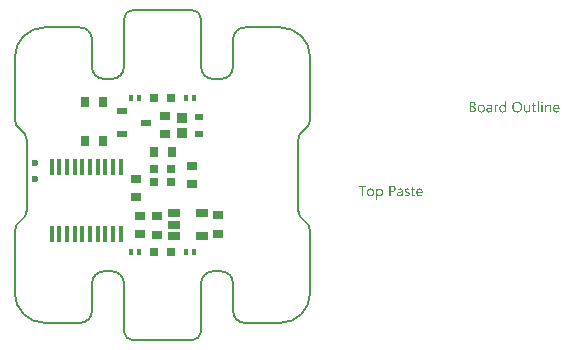
<source format=gtp>
G04*
G04 #@! TF.GenerationSoftware,Altium Limited,Altium Designer,21.9.2 (33)*
G04*
G04 Layer_Color=8421504*
%FSAX25Y25*%
%MOIN*%
G70*
G04*
G04 #@! TF.SameCoordinates,782488B1-D104-45AB-8946-8B4A8FA7571F*
G04*
G04*
G04 #@! TF.FilePolarity,Positive*
G04*
G01*
G75*
%ADD14C,0.00787*%
%ADD15C,0.00591*%
%ADD16C,0.02362*%
%ADD17R,0.03543X0.03150*%
%ADD18R,0.01280X0.02461*%
%ADD19R,0.02756X0.02756*%
%ADD20R,0.03200X0.03000*%
%ADD21R,0.03600X0.03200*%
%ADD22R,0.03000X0.03200*%
%ADD23R,0.01575X0.05315*%
%ADD24R,0.03150X0.03543*%
%ADD25R,0.03937X0.02756*%
%ADD26R,0.03150X0.02559*%
%ADD27R,0.03150X0.02362*%
%ADD28R,0.03543X0.02362*%
G36*
X0126532Y0024590D02*
X0126560Y0024583D01*
X0126588Y0024574D01*
X0126619Y0024559D01*
X0126650Y0024540D01*
X0126681Y0024515D01*
X0126684Y0024512D01*
X0126693Y0024503D01*
X0126705Y0024488D01*
X0126721Y0024466D01*
X0126733Y0024438D01*
X0126745Y0024407D01*
X0126755Y0024370D01*
X0126758Y0024330D01*
Y0024324D01*
Y0024311D01*
X0126755Y0024293D01*
X0126749Y0024265D01*
X0126739Y0024237D01*
X0126724Y0024206D01*
X0126705Y0024175D01*
X0126681Y0024145D01*
X0126677Y0024141D01*
X0126668Y0024132D01*
X0126650Y0024120D01*
X0126628Y0024108D01*
X0126600Y0024095D01*
X0126569Y0024083D01*
X0126535Y0024074D01*
X0126495Y0024070D01*
X0126477D01*
X0126458Y0024074D01*
X0126430Y0024080D01*
X0126402Y0024089D01*
X0126372Y0024101D01*
X0126341Y0024117D01*
X0126310Y0024141D01*
X0126307Y0024145D01*
X0126297Y0024154D01*
X0126285Y0024172D01*
X0126273Y0024194D01*
X0126260Y0024219D01*
X0126248Y0024253D01*
X0126239Y0024290D01*
X0126235Y0024330D01*
Y0024336D01*
Y0024349D01*
X0126239Y0024370D01*
X0126245Y0024395D01*
X0126254Y0024426D01*
X0126266Y0024457D01*
X0126285Y0024488D01*
X0126310Y0024515D01*
X0126313Y0024519D01*
X0126322Y0024528D01*
X0126341Y0024540D01*
X0126362Y0024556D01*
X0126390Y0024568D01*
X0126421Y0024580D01*
X0126455Y0024590D01*
X0126495Y0024593D01*
X0126514D01*
X0126532Y0024590D01*
D02*
G37*
G36*
X0114565Y0020925D02*
X0114163D01*
Y0021348D01*
X0114154D01*
X0114151Y0021342D01*
X0114141Y0021327D01*
X0114123Y0021305D01*
X0114101Y0021274D01*
X0114070Y0021237D01*
X0114036Y0021197D01*
X0113993Y0021154D01*
X0113940Y0021107D01*
X0113885Y0021061D01*
X0113820Y0021017D01*
X0113749Y0020977D01*
X0113672Y0020940D01*
X0113588Y0020909D01*
X0113496Y0020888D01*
X0113397Y0020872D01*
X0113292Y0020866D01*
X0113270D01*
X0113245Y0020869D01*
X0113214Y0020872D01*
X0113174Y0020875D01*
X0113128Y0020885D01*
X0113075Y0020894D01*
X0113020Y0020909D01*
X0112961Y0020925D01*
X0112899Y0020950D01*
X0112837Y0020974D01*
X0112772Y0021008D01*
X0112711Y0021045D01*
X0112649Y0021092D01*
X0112590Y0021144D01*
X0112534Y0021203D01*
X0112531Y0021206D01*
X0112522Y0021218D01*
X0112510Y0021237D01*
X0112491Y0021265D01*
X0112470Y0021299D01*
X0112445Y0021339D01*
X0112420Y0021388D01*
X0112395Y0021444D01*
X0112368Y0021506D01*
X0112343Y0021574D01*
X0112318Y0021651D01*
X0112297Y0021731D01*
X0112278Y0021818D01*
X0112266Y0021914D01*
X0112256Y0022013D01*
X0112253Y0022118D01*
Y0022121D01*
Y0022124D01*
Y0022133D01*
Y0022145D01*
X0112256Y0022176D01*
X0112259Y0022220D01*
X0112263Y0022275D01*
X0112269Y0022334D01*
X0112278Y0022402D01*
X0112294Y0022476D01*
X0112309Y0022553D01*
X0112330Y0022637D01*
X0112355Y0022717D01*
X0112386Y0022804D01*
X0112420Y0022884D01*
X0112463Y0022964D01*
X0112510Y0023042D01*
X0112565Y0023116D01*
X0112568Y0023119D01*
X0112581Y0023131D01*
X0112599Y0023150D01*
X0112624Y0023174D01*
X0112655Y0023202D01*
X0112692Y0023236D01*
X0112738Y0023270D01*
X0112788Y0023304D01*
X0112847Y0023338D01*
X0112908Y0023372D01*
X0112976Y0023406D01*
X0113050Y0023434D01*
X0113131Y0023459D01*
X0113217Y0023477D01*
X0113307Y0023490D01*
X0113403Y0023493D01*
X0113424D01*
X0113452Y0023490D01*
X0113486Y0023486D01*
X0113530Y0023480D01*
X0113579Y0023471D01*
X0113631Y0023459D01*
X0113690Y0023443D01*
X0113752Y0023422D01*
X0113814Y0023394D01*
X0113875Y0023360D01*
X0113937Y0023320D01*
X0113996Y0023273D01*
X0114055Y0023221D01*
X0114107Y0023156D01*
X0114154Y0023085D01*
X0114163D01*
Y0024639D01*
X0114565D01*
Y0020925D01*
D02*
G37*
G36*
X0128779Y0023490D02*
X0128806D01*
X0128840Y0023483D01*
X0128881Y0023477D01*
X0128924Y0023471D01*
X0128970Y0023459D01*
X0129020Y0023446D01*
X0129072Y0023428D01*
X0129125Y0023406D01*
X0129177Y0023378D01*
X0129227Y0023347D01*
X0129276Y0023313D01*
X0129323Y0023270D01*
X0129366Y0023224D01*
X0129369Y0023221D01*
X0129375Y0023211D01*
X0129387Y0023196D01*
X0129400Y0023174D01*
X0129415Y0023147D01*
X0129434Y0023113D01*
X0129455Y0023072D01*
X0129477Y0023029D01*
X0129496Y0022977D01*
X0129517Y0022921D01*
X0129536Y0022856D01*
X0129551Y0022788D01*
X0129563Y0022714D01*
X0129576Y0022634D01*
X0129582Y0022550D01*
X0129585Y0022457D01*
Y0020925D01*
X0129183D01*
Y0022355D01*
Y0022359D01*
Y0022365D01*
Y0022374D01*
Y0022389D01*
X0129180Y0022408D01*
Y0022430D01*
X0129174Y0022479D01*
X0129165Y0022541D01*
X0129153Y0022609D01*
X0129134Y0022680D01*
X0129109Y0022754D01*
X0129078Y0022828D01*
X0129041Y0022899D01*
X0128995Y0022967D01*
X0128936Y0023029D01*
X0128871Y0023079D01*
X0128834Y0023100D01*
X0128791Y0023119D01*
X0128748Y0023134D01*
X0128701Y0023144D01*
X0128652Y0023150D01*
X0128599Y0023153D01*
X0128572D01*
X0128550Y0023150D01*
X0128525Y0023147D01*
X0128494Y0023140D01*
X0128460Y0023134D01*
X0128426Y0023125D01*
X0128386Y0023113D01*
X0128346Y0023097D01*
X0128306Y0023079D01*
X0128263Y0023057D01*
X0128222Y0023029D01*
X0128179Y0022998D01*
X0128139Y0022964D01*
X0128102Y0022924D01*
X0128099Y0022921D01*
X0128093Y0022915D01*
X0128083Y0022902D01*
X0128071Y0022884D01*
X0128056Y0022862D01*
X0128040Y0022835D01*
X0128022Y0022804D01*
X0128003Y0022770D01*
X0127984Y0022729D01*
X0127966Y0022686D01*
X0127951Y0022640D01*
X0127935Y0022590D01*
X0127923Y0022535D01*
X0127913Y0022479D01*
X0127907Y0022417D01*
X0127904Y0022355D01*
Y0020925D01*
X0127502D01*
Y0023434D01*
X0127904D01*
Y0023017D01*
X0127913D01*
X0127917Y0023023D01*
X0127926Y0023038D01*
X0127944Y0023060D01*
X0127966Y0023091D01*
X0127997Y0023128D01*
X0128031Y0023168D01*
X0128074Y0023211D01*
X0128123Y0023255D01*
X0128179Y0023298D01*
X0128241Y0023341D01*
X0128309Y0023381D01*
X0128380Y0023418D01*
X0128460Y0023449D01*
X0128547Y0023471D01*
X0128640Y0023486D01*
X0128738Y0023493D01*
X0128757D01*
X0128779Y0023490D01*
D02*
G37*
G36*
X0111802Y0023474D02*
X0111836D01*
X0111873Y0023468D01*
X0111913Y0023462D01*
X0111954Y0023456D01*
X0111988Y0023443D01*
Y0023026D01*
X0111981Y0023029D01*
X0111969Y0023038D01*
X0111944Y0023051D01*
X0111910Y0023066D01*
X0111864Y0023082D01*
X0111814Y0023094D01*
X0111753Y0023103D01*
X0111682Y0023106D01*
X0111657D01*
X0111638Y0023103D01*
X0111617Y0023100D01*
X0111592Y0023094D01*
X0111533Y0023076D01*
X0111499Y0023063D01*
X0111465Y0023048D01*
X0111428Y0023026D01*
X0111391Y0023004D01*
X0111357Y0022977D01*
X0111320Y0022943D01*
X0111286Y0022906D01*
X0111252Y0022862D01*
X0111249Y0022859D01*
X0111246Y0022850D01*
X0111237Y0022838D01*
X0111224Y0022819D01*
X0111212Y0022794D01*
X0111196Y0022763D01*
X0111181Y0022729D01*
X0111166Y0022689D01*
X0111150Y0022646D01*
X0111135Y0022596D01*
X0111119Y0022541D01*
X0111107Y0022482D01*
X0111094Y0022417D01*
X0111085Y0022349D01*
X0111082Y0022278D01*
X0111079Y0022201D01*
Y0020925D01*
X0110677D01*
Y0023434D01*
X0111079D01*
Y0022915D01*
X0111088D01*
Y0022918D01*
X0111091Y0022927D01*
X0111098Y0022940D01*
X0111104Y0022958D01*
X0111113Y0022980D01*
X0111125Y0023008D01*
X0111153Y0023066D01*
X0111190Y0023134D01*
X0111237Y0023202D01*
X0111289Y0023267D01*
X0111351Y0023329D01*
X0111354Y0023332D01*
X0111360Y0023335D01*
X0111370Y0023341D01*
X0111382Y0023354D01*
X0111397Y0023363D01*
X0111419Y0023375D01*
X0111465Y0023403D01*
X0111524Y0023431D01*
X0111592Y0023456D01*
X0111666Y0023471D01*
X0111706Y0023474D01*
X0111747Y0023477D01*
X0111771D01*
X0111802Y0023474D01*
D02*
G37*
G36*
X0122565Y0020925D02*
X0122163D01*
Y0021320D01*
X0122154D01*
X0122151Y0021314D01*
X0122141Y0021302D01*
X0122126Y0021277D01*
X0122107Y0021249D01*
X0122080Y0021215D01*
X0122046Y0021178D01*
X0122008Y0021135D01*
X0121962Y0021095D01*
X0121913Y0021052D01*
X0121854Y0021011D01*
X0121792Y0020971D01*
X0121721Y0020937D01*
X0121644Y0020909D01*
X0121563Y0020885D01*
X0121474Y0020872D01*
X0121378Y0020866D01*
X0121356D01*
X0121341Y0020869D01*
X0121319D01*
X0121295Y0020872D01*
X0121267Y0020878D01*
X0121239Y0020882D01*
X0121171Y0020900D01*
X0121094Y0020922D01*
X0121013Y0020956D01*
X0120973Y0020977D01*
X0120930Y0020999D01*
X0120887Y0021027D01*
X0120847Y0021055D01*
X0120806Y0021089D01*
X0120766Y0021126D01*
X0120726Y0021169D01*
X0120689Y0021212D01*
X0120655Y0021262D01*
X0120621Y0021317D01*
X0120593Y0021376D01*
X0120565Y0021438D01*
X0120541Y0021506D01*
X0120519Y0021580D01*
X0120504Y0021660D01*
X0120491Y0021744D01*
X0120485Y0021836D01*
X0120482Y0021932D01*
Y0023434D01*
X0120881D01*
Y0021997D01*
Y0021994D01*
Y0021988D01*
Y0021979D01*
Y0021963D01*
X0120884Y0021945D01*
Y0021923D01*
X0120890Y0021873D01*
X0120899Y0021812D01*
X0120912Y0021747D01*
X0120933Y0021673D01*
X0120958Y0021602D01*
X0120989Y0021527D01*
X0121029Y0021453D01*
X0121078Y0021388D01*
X0121137Y0021327D01*
X0121208Y0021277D01*
X0121245Y0021256D01*
X0121288Y0021237D01*
X0121335Y0021222D01*
X0121381Y0021212D01*
X0121434Y0021206D01*
X0121489Y0021203D01*
X0121517D01*
X0121539Y0021206D01*
X0121563Y0021209D01*
X0121591Y0021215D01*
X0121625Y0021222D01*
X0121659Y0021231D01*
X0121696Y0021240D01*
X0121737Y0021256D01*
X0121777Y0021274D01*
X0121817Y0021296D01*
X0121857Y0021320D01*
X0121897Y0021348D01*
X0121934Y0021382D01*
X0121971Y0021419D01*
X0121974Y0021422D01*
X0121981Y0021429D01*
X0121990Y0021441D01*
X0122002Y0021459D01*
X0122015Y0021481D01*
X0122033Y0021506D01*
X0122049Y0021537D01*
X0122067Y0021571D01*
X0122086Y0021611D01*
X0122101Y0021654D01*
X0122120Y0021700D01*
X0122132Y0021750D01*
X0122144Y0021805D01*
X0122154Y0021861D01*
X0122160Y0021923D01*
X0122163Y0021988D01*
Y0023434D01*
X0122565D01*
Y0020925D01*
D02*
G37*
G36*
X0126690D02*
X0126288D01*
Y0023434D01*
X0126690D01*
Y0020925D01*
D02*
G37*
G36*
X0125475D02*
X0125074D01*
Y0024639D01*
X0125475D01*
Y0020925D01*
D02*
G37*
G36*
X0109074Y0023490D02*
X0109095D01*
X0109117Y0023486D01*
X0109145Y0023483D01*
X0109176Y0023477D01*
X0109240Y0023465D01*
X0109318Y0023443D01*
X0109395Y0023415D01*
X0109478Y0023375D01*
X0109562Y0023326D01*
X0109602Y0023298D01*
X0109642Y0023264D01*
X0109679Y0023227D01*
X0109716Y0023190D01*
X0109750Y0023147D01*
X0109781Y0023097D01*
X0109812Y0023048D01*
X0109840Y0022992D01*
X0109862Y0022930D01*
X0109883Y0022865D01*
X0109899Y0022797D01*
X0109911Y0022720D01*
X0109917Y0022643D01*
X0109920Y0022556D01*
Y0020925D01*
X0109519D01*
Y0021314D01*
X0109509D01*
X0109506Y0021308D01*
X0109497Y0021296D01*
X0109482Y0021274D01*
X0109460Y0021243D01*
X0109432Y0021209D01*
X0109398Y0021172D01*
X0109361Y0021132D01*
X0109315Y0021092D01*
X0109262Y0021048D01*
X0109206Y0021008D01*
X0109142Y0020971D01*
X0109074Y0020937D01*
X0108996Y0020906D01*
X0108916Y0020885D01*
X0108830Y0020872D01*
X0108737Y0020866D01*
X0108700D01*
X0108675Y0020869D01*
X0108644Y0020872D01*
X0108607Y0020875D01*
X0108567Y0020882D01*
X0108524Y0020891D01*
X0108428Y0020916D01*
X0108381Y0020931D01*
X0108332Y0020950D01*
X0108283Y0020971D01*
X0108236Y0020999D01*
X0108193Y0021030D01*
X0108150Y0021064D01*
X0108147Y0021067D01*
X0108141Y0021073D01*
X0108131Y0021086D01*
X0108116Y0021101D01*
X0108100Y0021120D01*
X0108085Y0021144D01*
X0108063Y0021172D01*
X0108045Y0021203D01*
X0108026Y0021240D01*
X0108008Y0021280D01*
X0107989Y0021324D01*
X0107974Y0021370D01*
X0107958Y0021419D01*
X0107949Y0021472D01*
X0107943Y0021531D01*
X0107940Y0021589D01*
Y0021592D01*
Y0021599D01*
Y0021608D01*
X0107943Y0021620D01*
Y0021636D01*
X0107946Y0021654D01*
X0107952Y0021700D01*
X0107964Y0021756D01*
X0107983Y0021818D01*
X0108008Y0021886D01*
X0108045Y0021957D01*
X0108088Y0022028D01*
X0108141Y0022099D01*
X0108175Y0022133D01*
X0108209Y0022167D01*
X0108249Y0022201D01*
X0108289Y0022232D01*
X0108335Y0022263D01*
X0108385Y0022291D01*
X0108437Y0022315D01*
X0108496Y0022340D01*
X0108558Y0022362D01*
X0108623Y0022380D01*
X0108694Y0022396D01*
X0108768Y0022408D01*
X0109519Y0022513D01*
Y0022516D01*
Y0022519D01*
Y0022529D01*
Y0022541D01*
X0109516Y0022572D01*
X0109509Y0022612D01*
X0109503Y0022661D01*
X0109491Y0022717D01*
X0109475Y0022773D01*
X0109454Y0022835D01*
X0109426Y0022893D01*
X0109392Y0022952D01*
X0109352Y0023004D01*
X0109302Y0023054D01*
X0109240Y0023094D01*
X0109173Y0023125D01*
X0109135Y0023137D01*
X0109092Y0023147D01*
X0109049Y0023150D01*
X0109003Y0023153D01*
X0108981D01*
X0108959Y0023150D01*
X0108925Y0023147D01*
X0108885Y0023144D01*
X0108839Y0023137D01*
X0108786Y0023128D01*
X0108731Y0023116D01*
X0108669Y0023097D01*
X0108604Y0023079D01*
X0108536Y0023054D01*
X0108465Y0023023D01*
X0108394Y0022986D01*
X0108323Y0022946D01*
X0108252Y0022899D01*
X0108184Y0022844D01*
Y0023255D01*
X0108187Y0023258D01*
X0108199Y0023264D01*
X0108221Y0023276D01*
X0108249Y0023292D01*
X0108286Y0023310D01*
X0108326Y0023329D01*
X0108375Y0023350D01*
X0108431Y0023375D01*
X0108490Y0023397D01*
X0108555Y0023418D01*
X0108626Y0023437D01*
X0108700Y0023456D01*
X0108780Y0023471D01*
X0108861Y0023483D01*
X0108947Y0023490D01*
X0109037Y0023493D01*
X0109058D01*
X0109074Y0023490D01*
D02*
G37*
G36*
X0103437Y0024435D02*
X0103475Y0024432D01*
X0103518Y0024426D01*
X0103567Y0024420D01*
X0103623Y0024410D01*
X0103679Y0024398D01*
X0103737Y0024383D01*
X0103799Y0024364D01*
X0103858Y0024342D01*
X0103920Y0024318D01*
X0103975Y0024287D01*
X0104031Y0024253D01*
X0104083Y0024213D01*
X0104086Y0024209D01*
X0104096Y0024203D01*
X0104108Y0024191D01*
X0104123Y0024172D01*
X0104145Y0024151D01*
X0104167Y0024123D01*
X0104192Y0024092D01*
X0104216Y0024058D01*
X0104241Y0024018D01*
X0104266Y0023975D01*
X0104287Y0023925D01*
X0104309Y0023876D01*
X0104324Y0023820D01*
X0104337Y0023762D01*
X0104346Y0023700D01*
X0104349Y0023635D01*
Y0023632D01*
Y0023622D01*
Y0023607D01*
X0104346Y0023585D01*
X0104343Y0023558D01*
X0104340Y0023530D01*
X0104337Y0023496D01*
X0104331Y0023459D01*
X0104309Y0023375D01*
X0104281Y0023289D01*
X0104263Y0023242D01*
X0104241Y0023199D01*
X0104216Y0023156D01*
X0104188Y0023113D01*
X0104185Y0023110D01*
X0104182Y0023103D01*
X0104173Y0023091D01*
X0104157Y0023076D01*
X0104142Y0023060D01*
X0104123Y0023038D01*
X0104099Y0023017D01*
X0104074Y0022992D01*
X0104043Y0022967D01*
X0104009Y0022940D01*
X0103972Y0022915D01*
X0103932Y0022887D01*
X0103889Y0022862D01*
X0103845Y0022841D01*
X0103743Y0022801D01*
Y0022791D01*
X0103746D01*
X0103759Y0022788D01*
X0103777Y0022785D01*
X0103802Y0022782D01*
X0103833Y0022776D01*
X0103867Y0022767D01*
X0103907Y0022754D01*
X0103947Y0022742D01*
X0104037Y0022708D01*
X0104086Y0022686D01*
X0104133Y0022658D01*
X0104179Y0022630D01*
X0104226Y0022600D01*
X0104272Y0022562D01*
X0104312Y0022522D01*
X0104315Y0022519D01*
X0104321Y0022513D01*
X0104331Y0022501D01*
X0104346Y0022482D01*
X0104361Y0022457D01*
X0104380Y0022433D01*
X0104399Y0022399D01*
X0104420Y0022365D01*
X0104439Y0022325D01*
X0104457Y0022278D01*
X0104476Y0022232D01*
X0104491Y0022179D01*
X0104507Y0022121D01*
X0104516Y0022062D01*
X0104522Y0022000D01*
X0104525Y0021932D01*
Y0021926D01*
Y0021914D01*
X0104522Y0021889D01*
X0104519Y0021858D01*
X0104516Y0021818D01*
X0104507Y0021775D01*
X0104497Y0021725D01*
X0104485Y0021673D01*
X0104466Y0021614D01*
X0104445Y0021555D01*
X0104420Y0021497D01*
X0104389Y0021435D01*
X0104352Y0021373D01*
X0104309Y0021314D01*
X0104260Y0021259D01*
X0104201Y0021203D01*
X0104198Y0021200D01*
X0104185Y0021191D01*
X0104167Y0021178D01*
X0104142Y0021160D01*
X0104111Y0021138D01*
X0104071Y0021116D01*
X0104028Y0021089D01*
X0103978Y0021064D01*
X0103920Y0021039D01*
X0103858Y0021014D01*
X0103793Y0020990D01*
X0103719Y0020968D01*
X0103641Y0020950D01*
X0103561Y0020937D01*
X0103475Y0020928D01*
X0103385Y0020925D01*
X0102362D01*
Y0024438D01*
X0103403D01*
X0103437Y0024435D01*
D02*
G37*
G36*
X0123906Y0023434D02*
X0124539D01*
Y0023088D01*
X0123906D01*
Y0021676D01*
Y0021673D01*
Y0021663D01*
Y0021651D01*
Y0021636D01*
X0123909Y0021614D01*
X0123912Y0021589D01*
X0123918Y0021537D01*
X0123927Y0021475D01*
X0123943Y0021416D01*
X0123964Y0021361D01*
X0123977Y0021336D01*
X0123992Y0021314D01*
X0123995Y0021311D01*
X0124008Y0021299D01*
X0124029Y0021280D01*
X0124060Y0021262D01*
X0124100Y0021240D01*
X0124150Y0021225D01*
X0124208Y0021212D01*
X0124276Y0021206D01*
X0124301D01*
X0124329Y0021209D01*
X0124366Y0021215D01*
X0124406Y0021228D01*
X0124453Y0021240D01*
X0124496Y0021262D01*
X0124539Y0021290D01*
Y0020946D01*
X0124536D01*
X0124533Y0020943D01*
X0124524Y0020940D01*
X0124514Y0020934D01*
X0124480Y0020922D01*
X0124440Y0020909D01*
X0124385Y0020897D01*
X0124320Y0020885D01*
X0124246Y0020875D01*
X0124162Y0020872D01*
X0124134D01*
X0124100Y0020878D01*
X0124060Y0020885D01*
X0124011Y0020894D01*
X0123955Y0020912D01*
X0123893Y0020934D01*
X0123835Y0020965D01*
X0123773Y0021002D01*
X0123711Y0021052D01*
X0123655Y0021110D01*
X0123631Y0021144D01*
X0123606Y0021181D01*
X0123584Y0021222D01*
X0123566Y0021265D01*
X0123547Y0021311D01*
X0123532Y0021364D01*
X0123519Y0021416D01*
X0123510Y0021475D01*
X0123507Y0021537D01*
X0123504Y0021605D01*
Y0023088D01*
X0123074D01*
Y0023434D01*
X0123504D01*
Y0024046D01*
X0123906Y0024175D01*
Y0023434D01*
D02*
G37*
G36*
X0131374Y0023490D02*
X0131408Y0023486D01*
X0131451Y0023483D01*
X0131498Y0023477D01*
X0131550Y0023465D01*
X0131606Y0023452D01*
X0131668Y0023437D01*
X0131730Y0023415D01*
X0131791Y0023388D01*
X0131856Y0023357D01*
X0131918Y0023320D01*
X0131977Y0023276D01*
X0132036Y0023227D01*
X0132088Y0023171D01*
X0132091Y0023168D01*
X0132100Y0023156D01*
X0132113Y0023137D01*
X0132131Y0023113D01*
X0132150Y0023082D01*
X0132175Y0023042D01*
X0132199Y0022995D01*
X0132224Y0022943D01*
X0132249Y0022881D01*
X0132273Y0022816D01*
X0132298Y0022742D01*
X0132317Y0022664D01*
X0132335Y0022578D01*
X0132348Y0022488D01*
X0132357Y0022389D01*
X0132360Y0022287D01*
Y0022077D01*
X0130586D01*
Y0022071D01*
Y0022059D01*
X0130589Y0022037D01*
X0130592Y0022009D01*
X0130596Y0021972D01*
X0130602Y0021932D01*
X0130608Y0021889D01*
X0130620Y0021839D01*
X0130648Y0021734D01*
X0130667Y0021682D01*
X0130688Y0021626D01*
X0130713Y0021574D01*
X0130741Y0021521D01*
X0130775Y0021475D01*
X0130812Y0021429D01*
X0130815Y0021425D01*
X0130821Y0021419D01*
X0130833Y0021407D01*
X0130852Y0021395D01*
X0130874Y0021376D01*
X0130901Y0021358D01*
X0130932Y0021336D01*
X0130966Y0021317D01*
X0131007Y0021296D01*
X0131053Y0021274D01*
X0131099Y0021256D01*
X0131155Y0021237D01*
X0131210Y0021225D01*
X0131272Y0021212D01*
X0131337Y0021206D01*
X0131405Y0021203D01*
X0131424D01*
X0131445Y0021206D01*
X0131476D01*
X0131513Y0021212D01*
X0131556Y0021218D01*
X0131606Y0021228D01*
X0131662Y0021237D01*
X0131720Y0021252D01*
X0131782Y0021271D01*
X0131847Y0021293D01*
X0131912Y0021320D01*
X0131980Y0021351D01*
X0132048Y0021388D01*
X0132116Y0021432D01*
X0132184Y0021481D01*
Y0021104D01*
X0132181Y0021101D01*
X0132168Y0021095D01*
X0132150Y0021082D01*
X0132125Y0021067D01*
X0132091Y0021048D01*
X0132051Y0021030D01*
X0132005Y0021008D01*
X0131952Y0020987D01*
X0131890Y0020962D01*
X0131825Y0020940D01*
X0131754Y0020922D01*
X0131677Y0020903D01*
X0131594Y0020888D01*
X0131504Y0020875D01*
X0131408Y0020869D01*
X0131309Y0020866D01*
X0131285D01*
X0131260Y0020869D01*
X0131223Y0020872D01*
X0131176Y0020875D01*
X0131124Y0020885D01*
X0131068Y0020894D01*
X0131007Y0020909D01*
X0130942Y0020928D01*
X0130874Y0020950D01*
X0130803Y0020977D01*
X0130735Y0021008D01*
X0130664Y0021048D01*
X0130599Y0021095D01*
X0130534Y0021147D01*
X0130475Y0021206D01*
X0130472Y0021209D01*
X0130463Y0021222D01*
X0130447Y0021243D01*
X0130429Y0021271D01*
X0130404Y0021305D01*
X0130379Y0021348D01*
X0130351Y0021398D01*
X0130324Y0021456D01*
X0130296Y0021518D01*
X0130268Y0021592D01*
X0130243Y0021669D01*
X0130219Y0021756D01*
X0130200Y0021849D01*
X0130185Y0021948D01*
X0130175Y0022056D01*
X0130172Y0022167D01*
Y0022170D01*
Y0022173D01*
Y0022183D01*
Y0022192D01*
X0130175Y0022223D01*
X0130178Y0022266D01*
X0130182Y0022315D01*
X0130191Y0022371D01*
X0130200Y0022436D01*
X0130212Y0022507D01*
X0130231Y0022581D01*
X0130253Y0022658D01*
X0130280Y0022739D01*
X0130311Y0022819D01*
X0130348Y0022896D01*
X0130395Y0022977D01*
X0130444Y0023051D01*
X0130503Y0023122D01*
X0130506Y0023125D01*
X0130518Y0023137D01*
X0130537Y0023156D01*
X0130561Y0023180D01*
X0130596Y0023208D01*
X0130636Y0023239D01*
X0130679Y0023273D01*
X0130731Y0023307D01*
X0130787Y0023341D01*
X0130852Y0023375D01*
X0130920Y0023406D01*
X0130991Y0023434D01*
X0131068Y0023459D01*
X0131152Y0023477D01*
X0131238Y0023490D01*
X0131328Y0023493D01*
X0131350D01*
X0131374Y0023490D01*
D02*
G37*
G36*
X0118331Y0024494D02*
X0118353D01*
X0118375Y0024491D01*
X0118402D01*
X0118464Y0024481D01*
X0118535Y0024472D01*
X0118616Y0024457D01*
X0118702Y0024435D01*
X0118792Y0024410D01*
X0118887Y0024376D01*
X0118983Y0024336D01*
X0119082Y0024290D01*
X0119181Y0024234D01*
X0119274Y0024169D01*
X0119367Y0024092D01*
X0119453Y0024006D01*
X0119459Y0023999D01*
X0119472Y0023984D01*
X0119493Y0023956D01*
X0119524Y0023916D01*
X0119555Y0023866D01*
X0119595Y0023808D01*
X0119635Y0023740D01*
X0119676Y0023663D01*
X0119716Y0023573D01*
X0119756Y0023477D01*
X0119796Y0023372D01*
X0119830Y0023258D01*
X0119858Y0023134D01*
X0119879Y0023004D01*
X0119892Y0022869D01*
X0119898Y0022723D01*
Y0022720D01*
Y0022714D01*
Y0022702D01*
Y0022686D01*
X0119895Y0022664D01*
Y0022640D01*
X0119892Y0022612D01*
Y0022581D01*
X0119889Y0022547D01*
X0119886Y0022510D01*
X0119873Y0022427D01*
X0119861Y0022331D01*
X0119842Y0022232D01*
X0119818Y0022124D01*
X0119787Y0022013D01*
X0119750Y0021901D01*
X0119706Y0021787D01*
X0119654Y0021676D01*
X0119592Y0021565D01*
X0119521Y0021463D01*
X0119441Y0021364D01*
X0119434Y0021358D01*
X0119419Y0021342D01*
X0119394Y0021317D01*
X0119357Y0021286D01*
X0119311Y0021249D01*
X0119255Y0021206D01*
X0119193Y0021163D01*
X0119119Y0021116D01*
X0119036Y0021070D01*
X0118943Y0021024D01*
X0118844Y0020980D01*
X0118736Y0020943D01*
X0118619Y0020912D01*
X0118495Y0020888D01*
X0118362Y0020872D01*
X0118223Y0020866D01*
X0118189D01*
X0118174Y0020869D01*
X0118152D01*
X0118127Y0020872D01*
X0118100Y0020875D01*
X0118035Y0020882D01*
X0117964Y0020891D01*
X0117880Y0020906D01*
X0117794Y0020928D01*
X0117698Y0020953D01*
X0117602Y0020987D01*
X0117503Y0021027D01*
X0117401Y0021073D01*
X0117302Y0021129D01*
X0117207Y0021197D01*
X0117111Y0021271D01*
X0117024Y0021358D01*
X0117018Y0021364D01*
X0117006Y0021379D01*
X0116984Y0021407D01*
X0116953Y0021447D01*
X0116919Y0021497D01*
X0116882Y0021555D01*
X0116842Y0021623D01*
X0116802Y0021703D01*
X0116759Y0021790D01*
X0116718Y0021886D01*
X0116681Y0021991D01*
X0116647Y0022105D01*
X0116616Y0022229D01*
X0116595Y0022359D01*
X0116582Y0022495D01*
X0116576Y0022640D01*
Y0022643D01*
Y0022649D01*
Y0022661D01*
Y0022677D01*
X0116579Y0022698D01*
Y0022720D01*
X0116582Y0022748D01*
Y0022779D01*
X0116586Y0022813D01*
X0116592Y0022853D01*
X0116601Y0022933D01*
X0116613Y0023026D01*
X0116635Y0023125D01*
X0116656Y0023233D01*
X0116687Y0023341D01*
X0116725Y0023452D01*
X0116768Y0023567D01*
X0116820Y0023678D01*
X0116882Y0023786D01*
X0116953Y0023891D01*
X0117034Y0023990D01*
X0117040Y0023996D01*
X0117055Y0024012D01*
X0117080Y0024036D01*
X0117117Y0024070D01*
X0117163Y0024108D01*
X0117222Y0024151D01*
X0117287Y0024197D01*
X0117361Y0024243D01*
X0117448Y0024290D01*
X0117540Y0024336D01*
X0117642Y0024379D01*
X0117754Y0024417D01*
X0117874Y0024451D01*
X0118001Y0024475D01*
X0118137Y0024491D01*
X0118282Y0024497D01*
X0118313D01*
X0118331Y0024494D01*
D02*
G37*
G36*
X0106345Y0023490D02*
X0106385Y0023486D01*
X0106432Y0023483D01*
X0106487Y0023474D01*
X0106546Y0023465D01*
X0106611Y0023449D01*
X0106682Y0023431D01*
X0106753Y0023409D01*
X0106824Y0023381D01*
X0106898Y0023347D01*
X0106969Y0023307D01*
X0107041Y0023261D01*
X0107105Y0023208D01*
X0107167Y0023147D01*
X0107170Y0023144D01*
X0107179Y0023131D01*
X0107195Y0023110D01*
X0107217Y0023082D01*
X0107241Y0023048D01*
X0107266Y0023004D01*
X0107297Y0022955D01*
X0107325Y0022896D01*
X0107356Y0022831D01*
X0107383Y0022760D01*
X0107408Y0022683D01*
X0107433Y0022596D01*
X0107455Y0022504D01*
X0107470Y0022405D01*
X0107479Y0022300D01*
X0107482Y0022189D01*
Y0022186D01*
Y0022183D01*
Y0022173D01*
Y0022161D01*
X0107479Y0022130D01*
X0107476Y0022090D01*
X0107473Y0022037D01*
X0107464Y0021979D01*
X0107455Y0021914D01*
X0107439Y0021843D01*
X0107421Y0021768D01*
X0107399Y0021688D01*
X0107371Y0021608D01*
X0107340Y0021527D01*
X0107300Y0021447D01*
X0107254Y0021370D01*
X0107201Y0021296D01*
X0107142Y0021225D01*
X0107139Y0021222D01*
X0107127Y0021209D01*
X0107108Y0021191D01*
X0107081Y0021169D01*
X0107047Y0021141D01*
X0107007Y0021110D01*
X0106957Y0021079D01*
X0106901Y0021045D01*
X0106840Y0021011D01*
X0106772Y0020980D01*
X0106697Y0020950D01*
X0106617Y0020922D01*
X0106527Y0020900D01*
X0106435Y0020882D01*
X0106339Y0020869D01*
X0106234Y0020866D01*
X0106209D01*
X0106181Y0020869D01*
X0106141Y0020872D01*
X0106095Y0020875D01*
X0106039Y0020885D01*
X0105981Y0020894D01*
X0105916Y0020909D01*
X0105845Y0020928D01*
X0105774Y0020953D01*
X0105699Y0020980D01*
X0105625Y0021014D01*
X0105551Y0021055D01*
X0105477Y0021101D01*
X0105409Y0021154D01*
X0105344Y0021215D01*
X0105341Y0021218D01*
X0105329Y0021231D01*
X0105313Y0021252D01*
X0105291Y0021280D01*
X0105267Y0021314D01*
X0105239Y0021358D01*
X0105211Y0021407D01*
X0105180Y0021466D01*
X0105149Y0021527D01*
X0105119Y0021599D01*
X0105091Y0021676D01*
X0105066Y0021759D01*
X0105044Y0021846D01*
X0105029Y0021941D01*
X0105017Y0022043D01*
X0105013Y0022149D01*
Y0022152D01*
Y0022155D01*
Y0022164D01*
Y0022176D01*
X0105017Y0022210D01*
X0105020Y0022254D01*
X0105023Y0022306D01*
X0105032Y0022368D01*
X0105041Y0022436D01*
X0105057Y0022510D01*
X0105075Y0022587D01*
X0105097Y0022668D01*
X0105125Y0022751D01*
X0105159Y0022835D01*
X0105199Y0022915D01*
X0105242Y0022992D01*
X0105295Y0023066D01*
X0105356Y0023137D01*
X0105359Y0023140D01*
X0105372Y0023153D01*
X0105394Y0023171D01*
X0105421Y0023193D01*
X0105455Y0023221D01*
X0105499Y0023248D01*
X0105548Y0023282D01*
X0105604Y0023316D01*
X0105665Y0023347D01*
X0105736Y0023381D01*
X0105814Y0023409D01*
X0105897Y0023437D01*
X0105987Y0023459D01*
X0106083Y0023477D01*
X0106184Y0023490D01*
X0106293Y0023493D01*
X0106317D01*
X0106345Y0023490D01*
D02*
G37*
G36*
X0072557Y-0004452D02*
X0072591Y-0004455D01*
X0072631Y-0004458D01*
X0072678Y-0004468D01*
X0072730Y-0004477D01*
X0072789Y-0004492D01*
X0072848Y-0004511D01*
X0072909Y-0004532D01*
X0072971Y-0004560D01*
X0073036Y-0004591D01*
X0073098Y-0004631D01*
X0073157Y-0004678D01*
X0073215Y-0004730D01*
X0073268Y-0004789D01*
X0073271Y-0004792D01*
X0073280Y-0004804D01*
X0073292Y-0004823D01*
X0073311Y-0004851D01*
X0073330Y-0004885D01*
X0073354Y-0004925D01*
X0073379Y-0004974D01*
X0073404Y-0005027D01*
X0073428Y-0005089D01*
X0073453Y-0005157D01*
X0073478Y-0005231D01*
X0073497Y-0005311D01*
X0073515Y-0005398D01*
X0073527Y-0005490D01*
X0073537Y-0005589D01*
X0073540Y-0005691D01*
Y-0005694D01*
Y-0005697D01*
Y-0005707D01*
Y-0005719D01*
X0073537Y-0005753D01*
X0073534Y-0005796D01*
X0073531Y-0005849D01*
X0073524Y-0005911D01*
X0073515Y-0005979D01*
X0073503Y-0006053D01*
X0073484Y-0006130D01*
X0073466Y-0006213D01*
X0073441Y-0006297D01*
X0073410Y-0006380D01*
X0073376Y-0006464D01*
X0073336Y-0006547D01*
X0073286Y-0006624D01*
X0073234Y-0006699D01*
X0073231Y-0006702D01*
X0073218Y-0006714D01*
X0073203Y-0006733D01*
X0073178Y-0006757D01*
X0073147Y-0006785D01*
X0073110Y-0006819D01*
X0073064Y-0006853D01*
X0073014Y-0006887D01*
X0072959Y-0006921D01*
X0072894Y-0006955D01*
X0072826Y-0006989D01*
X0072752Y-0007017D01*
X0072671Y-0007041D01*
X0072585Y-0007060D01*
X0072492Y-0007072D01*
X0072396Y-0007075D01*
X0072375D01*
X0072350Y-0007072D01*
X0072316Y-0007069D01*
X0072276Y-0007063D01*
X0072230Y-0007054D01*
X0072177Y-0007041D01*
X0072118Y-0007023D01*
X0072060Y-0007001D01*
X0071998Y-0006973D01*
X0071936Y-0006939D01*
X0071871Y-0006899D01*
X0071809Y-0006850D01*
X0071751Y-0006794D01*
X0071695Y-0006729D01*
X0071643Y-0006655D01*
X0071633D01*
Y-0008169D01*
X0071232D01*
Y-0004508D01*
X0071633D01*
Y-0004950D01*
X0071643D01*
X0071646Y-0004943D01*
X0071658Y-0004928D01*
X0071673Y-0004903D01*
X0071698Y-0004872D01*
X0071729Y-0004832D01*
X0071766Y-0004792D01*
X0071812Y-0004746D01*
X0071862Y-0004699D01*
X0071921Y-0004653D01*
X0071986Y-0004607D01*
X0072057Y-0004566D01*
X0072134Y-0004526D01*
X0072217Y-0004495D01*
X0072310Y-0004471D01*
X0072406Y-0004455D01*
X0072511Y-0004449D01*
X0072532D01*
X0072557Y-0004452D01*
D02*
G37*
G36*
X0081790D02*
X0081818D01*
X0081852Y-0004455D01*
X0081889Y-0004458D01*
X0081929Y-0004464D01*
X0082022Y-0004477D01*
X0082118Y-0004498D01*
X0082219Y-0004526D01*
X0082318Y-0004563D01*
Y-0004971D01*
X0082315Y-0004968D01*
X0082306Y-0004962D01*
X0082291Y-0004956D01*
X0082269Y-0004943D01*
X0082244Y-0004928D01*
X0082213Y-0004913D01*
X0082176Y-0004897D01*
X0082136Y-0004879D01*
X0082090Y-0004863D01*
X0082043Y-0004848D01*
X0081991Y-0004832D01*
X0081935Y-0004817D01*
X0081874Y-0004804D01*
X0081812Y-0004798D01*
X0081750Y-0004792D01*
X0081682Y-0004789D01*
X0081642D01*
X0081614Y-0004792D01*
X0081583Y-0004795D01*
X0081549Y-0004801D01*
X0081478Y-0004817D01*
X0081475D01*
X0081463Y-0004820D01*
X0081447Y-0004826D01*
X0081425Y-0004835D01*
X0081376Y-0004857D01*
X0081323Y-0004888D01*
X0081320Y-0004891D01*
X0081314Y-0004897D01*
X0081302Y-0004906D01*
X0081286Y-0004919D01*
X0081252Y-0004953D01*
X0081221Y-0004999D01*
Y-0005002D01*
X0081215Y-0005011D01*
X0081212Y-0005024D01*
X0081206Y-0005042D01*
X0081200Y-0005061D01*
X0081194Y-0005085D01*
X0081191Y-0005113D01*
X0081187Y-0005141D01*
Y-0005144D01*
Y-0005157D01*
X0081191Y-0005175D01*
Y-0005200D01*
X0081197Y-0005224D01*
X0081203Y-0005252D01*
X0081209Y-0005280D01*
X0081221Y-0005308D01*
X0081225Y-0005311D01*
X0081228Y-0005320D01*
X0081237Y-0005333D01*
X0081249Y-0005348D01*
X0081265Y-0005364D01*
X0081280Y-0005385D01*
X0081327Y-0005425D01*
X0081330Y-0005429D01*
X0081339Y-0005435D01*
X0081354Y-0005444D01*
X0081373Y-0005456D01*
X0081398Y-0005469D01*
X0081425Y-0005484D01*
X0081459Y-0005503D01*
X0081493Y-0005518D01*
X0081497Y-0005521D01*
X0081512Y-0005524D01*
X0081530Y-0005534D01*
X0081558Y-0005543D01*
X0081592Y-0005558D01*
X0081629Y-0005574D01*
X0081669Y-0005589D01*
X0081716Y-0005608D01*
X0081719D01*
X0081722Y-0005611D01*
X0081731Y-0005614D01*
X0081744Y-0005617D01*
X0081775Y-0005629D01*
X0081815Y-0005648D01*
X0081861Y-0005666D01*
X0081914Y-0005688D01*
X0081966Y-0005713D01*
X0082016Y-0005737D01*
X0082019D01*
X0082022Y-0005741D01*
X0082037Y-0005750D01*
X0082062Y-0005762D01*
X0082093Y-0005781D01*
X0082130Y-0005805D01*
X0082167Y-0005830D01*
X0082204Y-0005861D01*
X0082241Y-0005892D01*
X0082244Y-0005895D01*
X0082257Y-0005907D01*
X0082272Y-0005923D01*
X0082294Y-0005948D01*
X0082315Y-0005975D01*
X0082340Y-0006009D01*
X0082362Y-0006047D01*
X0082383Y-0006087D01*
X0082386Y-0006093D01*
X0082393Y-0006105D01*
X0082399Y-0006130D01*
X0082408Y-0006161D01*
X0082417Y-0006198D01*
X0082427Y-0006241D01*
X0082430Y-0006291D01*
X0082433Y-0006346D01*
Y-0006349D01*
Y-0006356D01*
Y-0006365D01*
Y-0006377D01*
X0082430Y-0006411D01*
X0082424Y-0006458D01*
X0082411Y-0006507D01*
X0082399Y-0006562D01*
X0082377Y-0006618D01*
X0082349Y-0006671D01*
X0082346Y-0006677D01*
X0082334Y-0006692D01*
X0082315Y-0006717D01*
X0082291Y-0006751D01*
X0082260Y-0006785D01*
X0082223Y-0006825D01*
X0082179Y-0006862D01*
X0082130Y-0006899D01*
X0082124Y-0006902D01*
X0082105Y-0006915D01*
X0082077Y-0006930D01*
X0082040Y-0006949D01*
X0081994Y-0006970D01*
X0081938Y-0006992D01*
X0081880Y-0007014D01*
X0081815Y-0007032D01*
X0081812D01*
X0081805Y-0007035D01*
X0081796D01*
X0081784Y-0007038D01*
X0081768Y-0007041D01*
X0081750Y-0007045D01*
X0081704Y-0007054D01*
X0081645Y-0007063D01*
X0081583Y-0007069D01*
X0081515Y-0007072D01*
X0081441Y-0007075D01*
X0081404D01*
X0081376Y-0007072D01*
X0081342D01*
X0081305Y-0007066D01*
X0081259Y-0007063D01*
X0081212Y-0007057D01*
X0081160Y-0007048D01*
X0081107Y-0007038D01*
X0080996Y-0007014D01*
X0080882Y-0006977D01*
X0080826Y-0006952D01*
X0080770Y-0006927D01*
Y-0006498D01*
X0080773Y-0006501D01*
X0080786Y-0006507D01*
X0080804Y-0006519D01*
X0080829Y-0006535D01*
X0080860Y-0006553D01*
X0080894Y-0006575D01*
X0080937Y-0006596D01*
X0080984Y-0006618D01*
X0081036Y-0006640D01*
X0081092Y-0006661D01*
X0081150Y-0006683D01*
X0081212Y-0006702D01*
X0081280Y-0006717D01*
X0081348Y-0006729D01*
X0081419Y-0006736D01*
X0081493Y-0006739D01*
X0081515D01*
X0081543Y-0006736D01*
X0081577Y-0006733D01*
X0081617Y-0006726D01*
X0081660Y-0006720D01*
X0081710Y-0006708D01*
X0081759Y-0006695D01*
X0081805Y-0006677D01*
X0081855Y-0006652D01*
X0081898Y-0006624D01*
X0081938Y-0006590D01*
X0081972Y-0006550D01*
X0082000Y-0006504D01*
X0082016Y-0006448D01*
X0082022Y-0006417D01*
Y-0006386D01*
Y-0006383D01*
Y-0006368D01*
X0082019Y-0006349D01*
X0082016Y-0006328D01*
X0082009Y-0006300D01*
X0082003Y-0006272D01*
X0081991Y-0006244D01*
X0081975Y-0006216D01*
X0081972Y-0006213D01*
X0081966Y-0006204D01*
X0081957Y-0006192D01*
X0081945Y-0006173D01*
X0081926Y-0006155D01*
X0081907Y-0006133D01*
X0081883Y-0006115D01*
X0081855Y-0006093D01*
X0081852Y-0006090D01*
X0081843Y-0006084D01*
X0081824Y-0006074D01*
X0081802Y-0006059D01*
X0081778Y-0006043D01*
X0081747Y-0006028D01*
X0081710Y-0006013D01*
X0081673Y-0005997D01*
X0081666Y-0005994D01*
X0081654Y-0005991D01*
X0081632Y-0005982D01*
X0081605Y-0005969D01*
X0081574Y-0005954D01*
X0081534Y-0005938D01*
X0081493Y-0005923D01*
X0081450Y-0005904D01*
X0081447D01*
X0081444Y-0005901D01*
X0081435Y-0005898D01*
X0081422Y-0005892D01*
X0081391Y-0005880D01*
X0081351Y-0005864D01*
X0081305Y-0005843D01*
X0081256Y-0005821D01*
X0081206Y-0005796D01*
X0081157Y-0005771D01*
X0081150Y-0005768D01*
X0081135Y-0005759D01*
X0081113Y-0005747D01*
X0081082Y-0005728D01*
X0081048Y-0005703D01*
X0081014Y-0005679D01*
X0080977Y-0005651D01*
X0080943Y-0005620D01*
X0080940Y-0005617D01*
X0080931Y-0005605D01*
X0080916Y-0005589D01*
X0080897Y-0005565D01*
X0080875Y-0005537D01*
X0080854Y-0005503D01*
X0080835Y-0005469D01*
X0080817Y-0005429D01*
X0080814Y-0005422D01*
X0080810Y-0005410D01*
X0080804Y-0005385D01*
X0080798Y-0005357D01*
X0080789Y-0005320D01*
X0080783Y-0005277D01*
X0080780Y-0005228D01*
X0080777Y-0005175D01*
Y-0005172D01*
Y-0005166D01*
Y-0005157D01*
Y-0005144D01*
X0080780Y-0005113D01*
X0080786Y-0005070D01*
X0080795Y-0005021D01*
X0080810Y-0004968D01*
X0080829Y-0004916D01*
X0080857Y-0004863D01*
Y-0004860D01*
X0080860Y-0004857D01*
X0080872Y-0004841D01*
X0080891Y-0004817D01*
X0080913Y-0004783D01*
X0080943Y-0004749D01*
X0080980Y-0004712D01*
X0081024Y-0004671D01*
X0081070Y-0004637D01*
X0081073D01*
X0081076Y-0004634D01*
X0081095Y-0004622D01*
X0081123Y-0004607D01*
X0081160Y-0004585D01*
X0081206Y-0004563D01*
X0081259Y-0004539D01*
X0081317Y-0004517D01*
X0081379Y-0004498D01*
X0081382D01*
X0081388Y-0004495D01*
X0081398Y-0004492D01*
X0081410Y-0004489D01*
X0081425Y-0004486D01*
X0081444Y-0004483D01*
X0081487Y-0004474D01*
X0081543Y-0004464D01*
X0081602Y-0004455D01*
X0081666Y-0004452D01*
X0081734Y-0004449D01*
X0081765D01*
X0081790Y-0004452D01*
D02*
G37*
G36*
X0079318D02*
X0079340D01*
X0079361Y-0004455D01*
X0079389Y-0004458D01*
X0079420Y-0004464D01*
X0079485Y-0004477D01*
X0079562Y-0004498D01*
X0079639Y-0004526D01*
X0079723Y-0004566D01*
X0079806Y-0004616D01*
X0079846Y-0004644D01*
X0079887Y-0004678D01*
X0079924Y-0004715D01*
X0079961Y-0004752D01*
X0079995Y-0004795D01*
X0080026Y-0004845D01*
X0080057Y-0004894D01*
X0080084Y-0004950D01*
X0080106Y-0005011D01*
X0080128Y-0005076D01*
X0080143Y-0005144D01*
X0080155Y-0005221D01*
X0080162Y-0005299D01*
X0080165Y-0005385D01*
Y-0007017D01*
X0079763D01*
Y-0006627D01*
X0079754D01*
X0079751Y-0006634D01*
X0079741Y-0006646D01*
X0079726Y-0006668D01*
X0079704Y-0006699D01*
X0079677Y-0006733D01*
X0079642Y-0006769D01*
X0079605Y-0006810D01*
X0079559Y-0006850D01*
X0079506Y-0006893D01*
X0079451Y-0006933D01*
X0079386Y-0006970D01*
X0079318Y-0007004D01*
X0079241Y-0007035D01*
X0079160Y-0007057D01*
X0079074Y-0007069D01*
X0078981Y-0007075D01*
X0078944D01*
X0078919Y-0007072D01*
X0078888Y-0007069D01*
X0078851Y-0007066D01*
X0078811Y-0007060D01*
X0078768Y-0007051D01*
X0078672Y-0007026D01*
X0078626Y-0007011D01*
X0078576Y-0006992D01*
X0078527Y-0006970D01*
X0078481Y-0006943D01*
X0078437Y-0006912D01*
X0078394Y-0006878D01*
X0078391Y-0006875D01*
X0078385Y-0006868D01*
X0078376Y-0006856D01*
X0078360Y-0006841D01*
X0078345Y-0006822D01*
X0078329Y-0006797D01*
X0078308Y-0006769D01*
X0078289Y-0006739D01*
X0078271Y-0006702D01*
X0078252Y-0006661D01*
X0078233Y-0006618D01*
X0078218Y-0006572D01*
X0078202Y-0006522D01*
X0078193Y-0006470D01*
X0078187Y-0006411D01*
X0078184Y-0006352D01*
Y-0006349D01*
Y-0006343D01*
Y-0006334D01*
X0078187Y-0006322D01*
Y-0006306D01*
X0078190Y-0006288D01*
X0078196Y-0006241D01*
X0078209Y-0006185D01*
X0078227Y-0006124D01*
X0078252Y-0006056D01*
X0078289Y-0005985D01*
X0078332Y-0005914D01*
X0078385Y-0005843D01*
X0078419Y-0005809D01*
X0078453Y-0005775D01*
X0078493Y-0005741D01*
X0078533Y-0005710D01*
X0078579Y-0005679D01*
X0078629Y-0005651D01*
X0078681Y-0005626D01*
X0078740Y-0005601D01*
X0078802Y-0005580D01*
X0078867Y-0005561D01*
X0078938Y-0005546D01*
X0079012Y-0005534D01*
X0079763Y-0005429D01*
Y-0005425D01*
Y-0005422D01*
Y-0005413D01*
Y-0005401D01*
X0079760Y-0005370D01*
X0079754Y-0005330D01*
X0079747Y-0005280D01*
X0079735Y-0005224D01*
X0079720Y-0005169D01*
X0079698Y-0005107D01*
X0079670Y-0005048D01*
X0079636Y-0004990D01*
X0079596Y-0004937D01*
X0079547Y-0004888D01*
X0079485Y-0004848D01*
X0079417Y-0004817D01*
X0079380Y-0004804D01*
X0079337Y-0004795D01*
X0079293Y-0004792D01*
X0079247Y-0004789D01*
X0079225D01*
X0079204Y-0004792D01*
X0079170Y-0004795D01*
X0079129Y-0004798D01*
X0079083Y-0004804D01*
X0079031Y-0004814D01*
X0078975Y-0004826D01*
X0078913Y-0004845D01*
X0078848Y-0004863D01*
X0078780Y-0004888D01*
X0078709Y-0004919D01*
X0078638Y-0004956D01*
X0078567Y-0004996D01*
X0078496Y-0005042D01*
X0078428Y-0005098D01*
Y-0004687D01*
X0078431Y-0004684D01*
X0078444Y-0004678D01*
X0078465Y-0004665D01*
X0078493Y-0004650D01*
X0078530Y-0004631D01*
X0078570Y-0004613D01*
X0078620Y-0004591D01*
X0078675Y-0004566D01*
X0078734Y-0004545D01*
X0078799Y-0004523D01*
X0078870Y-0004505D01*
X0078944Y-0004486D01*
X0079024Y-0004471D01*
X0079105Y-0004458D01*
X0079191Y-0004452D01*
X0079281Y-0004449D01*
X0079303D01*
X0079318Y-0004452D01*
D02*
G37*
G36*
X0076630Y-0003506D02*
X0076670D01*
X0076716Y-0003513D01*
X0076772Y-0003519D01*
X0076831Y-0003525D01*
X0076899Y-0003537D01*
X0076967Y-0003553D01*
X0077038Y-0003571D01*
X0077109Y-0003593D01*
X0077183Y-0003621D01*
X0077254Y-0003652D01*
X0077322Y-0003689D01*
X0077387Y-0003729D01*
X0077449Y-0003778D01*
X0077452Y-0003782D01*
X0077461Y-0003791D01*
X0077476Y-0003806D01*
X0077498Y-0003828D01*
X0077520Y-0003859D01*
X0077548Y-0003893D01*
X0077575Y-0003933D01*
X0077606Y-0003979D01*
X0077634Y-0004032D01*
X0077662Y-0004087D01*
X0077690Y-0004152D01*
X0077711Y-0004220D01*
X0077733Y-0004298D01*
X0077748Y-0004378D01*
X0077758Y-0004461D01*
X0077761Y-0004554D01*
Y-0004560D01*
Y-0004576D01*
X0077758Y-0004603D01*
X0077754Y-0004637D01*
X0077751Y-0004681D01*
X0077742Y-0004730D01*
X0077733Y-0004783D01*
X0077717Y-0004845D01*
X0077699Y-0004906D01*
X0077677Y-0004974D01*
X0077649Y-0005042D01*
X0077615Y-0005110D01*
X0077575Y-0005178D01*
X0077529Y-0005246D01*
X0077476Y-0005311D01*
X0077415Y-0005373D01*
X0077412Y-0005376D01*
X0077399Y-0005385D01*
X0077381Y-0005401D01*
X0077353Y-0005422D01*
X0077319Y-0005447D01*
X0077276Y-0005475D01*
X0077226Y-0005503D01*
X0077170Y-0005531D01*
X0077109Y-0005561D01*
X0077038Y-0005589D01*
X0076960Y-0005617D01*
X0076880Y-0005642D01*
X0076790Y-0005660D01*
X0076695Y-0005679D01*
X0076596Y-0005688D01*
X0076488Y-0005691D01*
X0076024D01*
Y-0007017D01*
X0075613D01*
Y-0003503D01*
X0076602D01*
X0076630Y-0003506D01*
D02*
G37*
G36*
X0067792Y-0003877D02*
X0066779D01*
Y-0007017D01*
X0066368D01*
Y-0003877D01*
X0065354D01*
Y-0003503D01*
X0067792D01*
Y-0003877D01*
D02*
G37*
G36*
X0083582Y-0004508D02*
X0084216D01*
Y-0004854D01*
X0083582D01*
Y-0006266D01*
Y-0006269D01*
Y-0006278D01*
Y-0006291D01*
Y-0006306D01*
X0083585Y-0006328D01*
X0083588Y-0006352D01*
X0083595Y-0006405D01*
X0083604Y-0006467D01*
X0083619Y-0006525D01*
X0083641Y-0006581D01*
X0083653Y-0006606D01*
X0083669Y-0006627D01*
X0083672Y-0006630D01*
X0083684Y-0006643D01*
X0083706Y-0006661D01*
X0083737Y-0006680D01*
X0083777Y-0006702D01*
X0083826Y-0006717D01*
X0083885Y-0006729D01*
X0083953Y-0006736D01*
X0083978D01*
X0084006Y-0006733D01*
X0084043Y-0006726D01*
X0084083Y-0006714D01*
X0084129Y-0006702D01*
X0084172Y-0006680D01*
X0084216Y-0006652D01*
Y-0006995D01*
X0084213D01*
X0084210Y-0006998D01*
X0084200Y-0007001D01*
X0084191Y-0007007D01*
X0084157Y-0007020D01*
X0084117Y-0007032D01*
X0084061Y-0007045D01*
X0083996Y-0007057D01*
X0083922Y-0007066D01*
X0083839Y-0007069D01*
X0083811D01*
X0083777Y-0007063D01*
X0083737Y-0007057D01*
X0083687Y-0007048D01*
X0083632Y-0007029D01*
X0083570Y-0007007D01*
X0083511Y-0006977D01*
X0083449Y-0006939D01*
X0083388Y-0006890D01*
X0083332Y-0006831D01*
X0083307Y-0006797D01*
X0083283Y-0006760D01*
X0083261Y-0006720D01*
X0083242Y-0006677D01*
X0083224Y-0006630D01*
X0083208Y-0006578D01*
X0083196Y-0006525D01*
X0083187Y-0006467D01*
X0083184Y-0006405D01*
X0083180Y-0006337D01*
Y-0004854D01*
X0082751D01*
Y-0004508D01*
X0083180D01*
Y-0003896D01*
X0083582Y-0003766D01*
Y-0004508D01*
D02*
G37*
G36*
X0085782Y-0004452D02*
X0085816Y-0004455D01*
X0085860Y-0004458D01*
X0085906Y-0004464D01*
X0085958Y-0004477D01*
X0086014Y-0004489D01*
X0086076Y-0004505D01*
X0086138Y-0004526D01*
X0086199Y-0004554D01*
X0086264Y-0004585D01*
X0086326Y-0004622D01*
X0086385Y-0004665D01*
X0086444Y-0004715D01*
X0086496Y-0004770D01*
X0086499Y-0004773D01*
X0086509Y-0004786D01*
X0086521Y-0004804D01*
X0086539Y-0004829D01*
X0086558Y-0004860D01*
X0086583Y-0004900D01*
X0086607Y-0004947D01*
X0086632Y-0004999D01*
X0086657Y-0005061D01*
X0086681Y-0005126D01*
X0086706Y-0005200D01*
X0086725Y-0005277D01*
X0086743Y-0005364D01*
X0086756Y-0005453D01*
X0086765Y-0005552D01*
X0086768Y-0005654D01*
Y-0005864D01*
X0084994D01*
Y-0005870D01*
Y-0005883D01*
X0084997Y-0005904D01*
X0085000Y-0005932D01*
X0085004Y-0005969D01*
X0085010Y-0006009D01*
X0085016Y-0006053D01*
X0085028Y-0006102D01*
X0085056Y-0006207D01*
X0085075Y-0006260D01*
X0085096Y-0006315D01*
X0085121Y-0006368D01*
X0085149Y-0006420D01*
X0085183Y-0006467D01*
X0085220Y-0006513D01*
X0085223Y-0006516D01*
X0085229Y-0006522D01*
X0085242Y-0006535D01*
X0085260Y-0006547D01*
X0085282Y-0006566D01*
X0085309Y-0006584D01*
X0085340Y-0006606D01*
X0085374Y-0006624D01*
X0085415Y-0006646D01*
X0085461Y-0006668D01*
X0085507Y-0006686D01*
X0085563Y-0006705D01*
X0085619Y-0006717D01*
X0085680Y-0006729D01*
X0085745Y-0006736D01*
X0085813Y-0006739D01*
X0085832D01*
X0085853Y-0006736D01*
X0085884D01*
X0085921Y-0006729D01*
X0085965Y-0006723D01*
X0086014Y-0006714D01*
X0086070Y-0006705D01*
X0086128Y-0006689D01*
X0086190Y-0006671D01*
X0086255Y-0006649D01*
X0086320Y-0006621D01*
X0086388Y-0006590D01*
X0086456Y-0006553D01*
X0086524Y-0006510D01*
X0086592Y-0006461D01*
Y-0006837D01*
X0086589Y-0006841D01*
X0086576Y-0006847D01*
X0086558Y-0006859D01*
X0086533Y-0006875D01*
X0086499Y-0006893D01*
X0086459Y-0006912D01*
X0086413Y-0006933D01*
X0086360Y-0006955D01*
X0086298Y-0006980D01*
X0086234Y-0007001D01*
X0086162Y-0007020D01*
X0086085Y-0007038D01*
X0086002Y-0007054D01*
X0085912Y-0007066D01*
X0085816Y-0007072D01*
X0085717Y-0007075D01*
X0085693D01*
X0085668Y-0007072D01*
X0085631Y-0007069D01*
X0085585Y-0007066D01*
X0085532Y-0007057D01*
X0085476Y-0007048D01*
X0085415Y-0007032D01*
X0085350Y-0007014D01*
X0085282Y-0006992D01*
X0085211Y-0006964D01*
X0085143Y-0006933D01*
X0085072Y-0006893D01*
X0085007Y-0006847D01*
X0084942Y-0006794D01*
X0084883Y-0006736D01*
X0084880Y-0006733D01*
X0084871Y-0006720D01*
X0084855Y-0006699D01*
X0084837Y-0006671D01*
X0084812Y-0006637D01*
X0084787Y-0006593D01*
X0084759Y-0006544D01*
X0084732Y-0006485D01*
X0084704Y-0006424D01*
X0084676Y-0006349D01*
X0084651Y-0006272D01*
X0084627Y-0006185D01*
X0084608Y-0006093D01*
X0084593Y-0005994D01*
X0084583Y-0005886D01*
X0084580Y-0005775D01*
Y-0005771D01*
Y-0005768D01*
Y-0005759D01*
Y-0005750D01*
X0084583Y-0005719D01*
X0084587Y-0005676D01*
X0084590Y-0005626D01*
X0084599Y-0005571D01*
X0084608Y-0005506D01*
X0084620Y-0005435D01*
X0084639Y-0005361D01*
X0084661Y-0005283D01*
X0084689Y-0005203D01*
X0084719Y-0005123D01*
X0084756Y-0005045D01*
X0084803Y-0004965D01*
X0084852Y-0004891D01*
X0084911Y-0004820D01*
X0084914Y-0004817D01*
X0084926Y-0004804D01*
X0084945Y-0004786D01*
X0084970Y-0004761D01*
X0085004Y-0004733D01*
X0085044Y-0004702D01*
X0085087Y-0004668D01*
X0085140Y-0004634D01*
X0085195Y-0004600D01*
X0085260Y-0004566D01*
X0085328Y-0004535D01*
X0085399Y-0004508D01*
X0085476Y-0004483D01*
X0085560Y-0004464D01*
X0085646Y-0004452D01*
X0085736Y-0004449D01*
X0085758D01*
X0085782Y-0004452D01*
D02*
G37*
G36*
X0069452D02*
X0069492Y-0004455D01*
X0069538Y-0004458D01*
X0069594Y-0004468D01*
X0069652Y-0004477D01*
X0069717Y-0004492D01*
X0069788Y-0004511D01*
X0069859Y-0004532D01*
X0069931Y-0004560D01*
X0070005Y-0004594D01*
X0070076Y-0004634D01*
X0070147Y-0004681D01*
X0070212Y-0004733D01*
X0070274Y-0004795D01*
X0070277Y-0004798D01*
X0070286Y-0004811D01*
X0070301Y-0004832D01*
X0070323Y-0004860D01*
X0070348Y-0004894D01*
X0070372Y-0004937D01*
X0070403Y-0004987D01*
X0070431Y-0005045D01*
X0070462Y-0005110D01*
X0070490Y-0005181D01*
X0070515Y-0005258D01*
X0070539Y-0005345D01*
X0070561Y-0005438D01*
X0070576Y-0005537D01*
X0070586Y-0005642D01*
X0070589Y-0005753D01*
Y-0005756D01*
Y-0005759D01*
Y-0005768D01*
Y-0005781D01*
X0070586Y-0005812D01*
X0070583Y-0005852D01*
X0070579Y-0005904D01*
X0070570Y-0005963D01*
X0070561Y-0006028D01*
X0070546Y-0006099D01*
X0070527Y-0006173D01*
X0070505Y-0006254D01*
X0070477Y-0006334D01*
X0070447Y-0006414D01*
X0070407Y-0006494D01*
X0070360Y-0006572D01*
X0070308Y-0006646D01*
X0070249Y-0006717D01*
X0070246Y-0006720D01*
X0070233Y-0006733D01*
X0070215Y-0006751D01*
X0070187Y-0006773D01*
X0070153Y-0006800D01*
X0070113Y-0006831D01*
X0070064Y-0006862D01*
X0070008Y-0006896D01*
X0069946Y-0006930D01*
X0069878Y-0006961D01*
X0069804Y-0006992D01*
X0069724Y-0007020D01*
X0069634Y-0007041D01*
X0069541Y-0007060D01*
X0069446Y-0007072D01*
X0069340Y-0007075D01*
X0069316D01*
X0069288Y-0007072D01*
X0069248Y-0007069D01*
X0069201Y-0007066D01*
X0069146Y-0007057D01*
X0069087Y-0007048D01*
X0069022Y-0007032D01*
X0068951Y-0007014D01*
X0068880Y-0006989D01*
X0068806Y-0006961D01*
X0068732Y-0006927D01*
X0068657Y-0006887D01*
X0068583Y-0006841D01*
X0068515Y-0006788D01*
X0068450Y-0006726D01*
X0068447Y-0006723D01*
X0068435Y-0006711D01*
X0068420Y-0006689D01*
X0068398Y-0006661D01*
X0068373Y-0006627D01*
X0068345Y-0006584D01*
X0068318Y-0006535D01*
X0068287Y-0006476D01*
X0068256Y-0006414D01*
X0068225Y-0006343D01*
X0068197Y-0006266D01*
X0068172Y-0006182D01*
X0068151Y-0006096D01*
X0068135Y-0006000D01*
X0068123Y-0005898D01*
X0068120Y-0005793D01*
Y-0005790D01*
Y-0005787D01*
Y-0005778D01*
Y-0005765D01*
X0068123Y-0005731D01*
X0068126Y-0005688D01*
X0068129Y-0005635D01*
X0068138Y-0005574D01*
X0068148Y-0005506D01*
X0068163Y-0005432D01*
X0068182Y-0005354D01*
X0068203Y-0005274D01*
X0068231Y-0005191D01*
X0068265Y-0005107D01*
X0068305Y-0005027D01*
X0068348Y-0004950D01*
X0068401Y-0004875D01*
X0068463Y-0004804D01*
X0068466Y-0004801D01*
X0068478Y-0004789D01*
X0068500Y-0004770D01*
X0068528Y-0004749D01*
X0068562Y-0004721D01*
X0068605Y-0004693D01*
X0068654Y-0004659D01*
X0068710Y-0004625D01*
X0068772Y-0004594D01*
X0068843Y-0004560D01*
X0068920Y-0004532D01*
X0069004Y-0004505D01*
X0069093Y-0004483D01*
X0069189Y-0004464D01*
X0069291Y-0004452D01*
X0069399Y-0004449D01*
X0069424D01*
X0069452Y-0004452D01*
D02*
G37*
%LPC*%
G36*
X0113452Y0023153D02*
X0113437D01*
X0113418Y0023150D01*
X0113390D01*
X0113359Y0023144D01*
X0113326Y0023137D01*
X0113285Y0023131D01*
X0113242Y0023119D01*
X0113196Y0023106D01*
X0113149Y0023088D01*
X0113103Y0023066D01*
X0113054Y0023038D01*
X0113007Y0023008D01*
X0112961Y0022974D01*
X0112915Y0022930D01*
X0112874Y0022884D01*
X0112871Y0022881D01*
X0112865Y0022872D01*
X0112856Y0022856D01*
X0112840Y0022835D01*
X0112825Y0022807D01*
X0112810Y0022773D01*
X0112788Y0022736D01*
X0112769Y0022689D01*
X0112751Y0022640D01*
X0112732Y0022584D01*
X0112714Y0022522D01*
X0112698Y0022457D01*
X0112683Y0022383D01*
X0112673Y0022309D01*
X0112667Y0022226D01*
X0112664Y0022139D01*
Y0022133D01*
Y0022121D01*
Y0022096D01*
X0112667Y0022068D01*
X0112670Y0022031D01*
X0112673Y0021988D01*
X0112680Y0021941D01*
X0112689Y0021889D01*
X0112714Y0021781D01*
X0112729Y0021722D01*
X0112748Y0021666D01*
X0112772Y0021611D01*
X0112800Y0021555D01*
X0112831Y0021503D01*
X0112865Y0021453D01*
X0112868Y0021450D01*
X0112874Y0021444D01*
X0112887Y0021432D01*
X0112902Y0021413D01*
X0112924Y0021395D01*
X0112949Y0021373D01*
X0112976Y0021351D01*
X0113010Y0021330D01*
X0113047Y0021305D01*
X0113088Y0021283D01*
X0113131Y0021262D01*
X0113180Y0021243D01*
X0113233Y0021228D01*
X0113288Y0021215D01*
X0113347Y0021206D01*
X0113409Y0021203D01*
X0113424D01*
X0113443Y0021206D01*
X0113465D01*
X0113492Y0021209D01*
X0113526Y0021215D01*
X0113563Y0021225D01*
X0113604Y0021234D01*
X0113647Y0021246D01*
X0113690Y0021262D01*
X0113736Y0021280D01*
X0113780Y0021305D01*
X0113826Y0021333D01*
X0113869Y0021364D01*
X0113913Y0021401D01*
X0113953Y0021444D01*
X0113956Y0021447D01*
X0113962Y0021456D01*
X0113971Y0021469D01*
X0113987Y0021487D01*
X0114002Y0021512D01*
X0114021Y0021540D01*
X0114039Y0021574D01*
X0114058Y0021614D01*
X0114076Y0021654D01*
X0114098Y0021700D01*
X0114113Y0021753D01*
X0114129Y0021805D01*
X0114144Y0021864D01*
X0114154Y0021926D01*
X0114160Y0021991D01*
X0114163Y0022059D01*
Y0022427D01*
Y0022430D01*
Y0022439D01*
Y0022457D01*
X0114160Y0022479D01*
X0114157Y0022504D01*
X0114154Y0022535D01*
X0114147Y0022569D01*
X0114138Y0022606D01*
X0114113Y0022686D01*
X0114098Y0022729D01*
X0114079Y0022773D01*
X0114055Y0022816D01*
X0114027Y0022859D01*
X0113996Y0022902D01*
X0113962Y0022943D01*
X0113959Y0022946D01*
X0113953Y0022952D01*
X0113940Y0022961D01*
X0113925Y0022977D01*
X0113906Y0022992D01*
X0113882Y0023011D01*
X0113854Y0023029D01*
X0113823Y0023048D01*
X0113789Y0023066D01*
X0113749Y0023088D01*
X0113709Y0023103D01*
X0113662Y0023119D01*
X0113613Y0023134D01*
X0113563Y0023144D01*
X0113508Y0023150D01*
X0113452Y0023153D01*
D02*
G37*
G36*
X0109519Y0022192D02*
X0108913Y0022108D01*
X0108910D01*
X0108901Y0022105D01*
X0108885D01*
X0108867Y0022102D01*
X0108845Y0022096D01*
X0108817Y0022090D01*
X0108755Y0022077D01*
X0108687Y0022059D01*
X0108619Y0022034D01*
X0108552Y0022003D01*
X0108521Y0021988D01*
X0108493Y0021969D01*
X0108487Y0021963D01*
X0108471Y0021951D01*
X0108446Y0021926D01*
X0108422Y0021889D01*
X0108397Y0021839D01*
X0108385Y0021812D01*
X0108372Y0021781D01*
X0108363Y0021747D01*
X0108357Y0021707D01*
X0108354Y0021666D01*
X0108351Y0021620D01*
Y0021617D01*
Y0021611D01*
Y0021602D01*
X0108354Y0021589D01*
X0108357Y0021555D01*
X0108366Y0021512D01*
X0108381Y0021466D01*
X0108406Y0021413D01*
X0108437Y0021364D01*
X0108480Y0021317D01*
X0108484D01*
X0108487Y0021311D01*
X0108505Y0021299D01*
X0108533Y0021280D01*
X0108573Y0021262D01*
X0108626Y0021240D01*
X0108684Y0021222D01*
X0108755Y0021209D01*
X0108833Y0021203D01*
X0108861D01*
X0108882Y0021206D01*
X0108907Y0021209D01*
X0108938Y0021215D01*
X0108969Y0021222D01*
X0109006Y0021231D01*
X0109083Y0021256D01*
X0109123Y0021271D01*
X0109166Y0021293D01*
X0109206Y0021317D01*
X0109247Y0021345D01*
X0109287Y0021376D01*
X0109324Y0021413D01*
X0109327Y0021416D01*
X0109333Y0021422D01*
X0109343Y0021435D01*
X0109355Y0021450D01*
X0109370Y0021472D01*
X0109386Y0021497D01*
X0109404Y0021524D01*
X0109423Y0021558D01*
X0109438Y0021595D01*
X0109457Y0021636D01*
X0109472Y0021679D01*
X0109488Y0021725D01*
X0109500Y0021775D01*
X0109509Y0021827D01*
X0109516Y0021883D01*
X0109519Y0021941D01*
Y0022192D01*
D02*
G37*
G36*
X0103308Y0024064D02*
X0102773D01*
Y0022930D01*
X0103227D01*
X0103249Y0022933D01*
X0103277Y0022936D01*
X0103311Y0022940D01*
X0103348Y0022943D01*
X0103388Y0022952D01*
X0103472Y0022970D01*
X0103561Y0022998D01*
X0103604Y0023017D01*
X0103648Y0023038D01*
X0103688Y0023063D01*
X0103725Y0023091D01*
X0103728Y0023094D01*
X0103734Y0023097D01*
X0103743Y0023110D01*
X0103756Y0023122D01*
X0103771Y0023137D01*
X0103787Y0023159D01*
X0103805Y0023184D01*
X0103824Y0023211D01*
X0103839Y0023242D01*
X0103858Y0023276D01*
X0103873Y0023313D01*
X0103889Y0023354D01*
X0103901Y0023400D01*
X0103910Y0023446D01*
X0103917Y0023499D01*
X0103920Y0023551D01*
Y0023558D01*
Y0023573D01*
X0103917Y0023598D01*
X0103910Y0023632D01*
X0103898Y0023672D01*
X0103886Y0023715D01*
X0103864Y0023762D01*
X0103836Y0023808D01*
X0103799Y0023857D01*
X0103756Y0023904D01*
X0103700Y0023947D01*
X0103635Y0023984D01*
X0103598Y0024002D01*
X0103558Y0024018D01*
X0103515Y0024030D01*
X0103468Y0024043D01*
X0103419Y0024052D01*
X0103363Y0024058D01*
X0103308Y0024064D01*
D02*
G37*
G36*
X0103246Y0022559D02*
X0102773D01*
Y0021296D01*
X0103366D01*
X0103391Y0021299D01*
X0103422Y0021302D01*
X0103456Y0021305D01*
X0103496Y0021311D01*
X0103540Y0021317D01*
X0103629Y0021336D01*
X0103722Y0021367D01*
X0103768Y0021388D01*
X0103811Y0021410D01*
X0103852Y0021435D01*
X0103892Y0021466D01*
X0103895Y0021469D01*
X0103901Y0021475D01*
X0103910Y0021484D01*
X0103923Y0021497D01*
X0103938Y0021515D01*
X0103957Y0021537D01*
X0103972Y0021561D01*
X0103994Y0021589D01*
X0104012Y0021623D01*
X0104028Y0021657D01*
X0104046Y0021697D01*
X0104062Y0021737D01*
X0104074Y0021784D01*
X0104083Y0021833D01*
X0104089Y0021883D01*
X0104093Y0021938D01*
Y0021941D01*
Y0021945D01*
Y0021954D01*
X0104089Y0021966D01*
X0104086Y0021997D01*
X0104080Y0022034D01*
X0104068Y0022084D01*
X0104049Y0022136D01*
X0104022Y0022192D01*
X0103988Y0022251D01*
X0103941Y0022306D01*
X0103917Y0022334D01*
X0103886Y0022362D01*
X0103855Y0022389D01*
X0103818Y0022414D01*
X0103777Y0022439D01*
X0103734Y0022464D01*
X0103688Y0022482D01*
X0103638Y0022501D01*
X0103583Y0022519D01*
X0103524Y0022532D01*
X0103462Y0022544D01*
X0103394Y0022553D01*
X0103323Y0022556D01*
X0103246Y0022559D01*
D02*
G37*
G36*
X0131322Y0023153D02*
X0131294D01*
X0131275Y0023150D01*
X0131251Y0023147D01*
X0131220Y0023144D01*
X0131189Y0023137D01*
X0131155Y0023128D01*
X0131078Y0023103D01*
X0131037Y0023088D01*
X0130997Y0023066D01*
X0130957Y0023045D01*
X0130914Y0023017D01*
X0130877Y0022986D01*
X0130837Y0022949D01*
X0130833Y0022946D01*
X0130827Y0022940D01*
X0130818Y0022927D01*
X0130806Y0022912D01*
X0130790Y0022890D01*
X0130772Y0022869D01*
X0130753Y0022838D01*
X0130731Y0022807D01*
X0130710Y0022770D01*
X0130691Y0022729D01*
X0130670Y0022686D01*
X0130651Y0022640D01*
X0130633Y0022587D01*
X0130617Y0022535D01*
X0130602Y0022476D01*
X0130592Y0022417D01*
X0131949D01*
Y0022420D01*
Y0022433D01*
Y0022451D01*
X0131946Y0022476D01*
X0131943Y0022504D01*
X0131940Y0022538D01*
X0131933Y0022575D01*
X0131927Y0022615D01*
X0131906Y0022702D01*
X0131875Y0022794D01*
X0131856Y0022838D01*
X0131835Y0022881D01*
X0131810Y0022921D01*
X0131779Y0022958D01*
X0131776Y0022961D01*
X0131773Y0022967D01*
X0131764Y0022977D01*
X0131748Y0022989D01*
X0131733Y0023004D01*
X0131711Y0023020D01*
X0131689Y0023038D01*
X0131662Y0023057D01*
X0131631Y0023072D01*
X0131597Y0023091D01*
X0131556Y0023106D01*
X0131516Y0023122D01*
X0131473Y0023134D01*
X0131427Y0023144D01*
X0131374Y0023150D01*
X0131322Y0023153D01*
D02*
G37*
G36*
X0118251Y0024123D02*
X0118226D01*
X0118199Y0024120D01*
X0118158Y0024117D01*
X0118112Y0024111D01*
X0118056Y0024101D01*
X0117998Y0024089D01*
X0117933Y0024074D01*
X0117862Y0024052D01*
X0117788Y0024027D01*
X0117713Y0023993D01*
X0117639Y0023956D01*
X0117562Y0023910D01*
X0117491Y0023857D01*
X0117420Y0023796D01*
X0117352Y0023724D01*
X0117349Y0023721D01*
X0117336Y0023706D01*
X0117321Y0023684D01*
X0117299Y0023653D01*
X0117271Y0023613D01*
X0117244Y0023564D01*
X0117213Y0023508D01*
X0117182Y0023443D01*
X0117148Y0023372D01*
X0117117Y0023292D01*
X0117089Y0023205D01*
X0117061Y0023113D01*
X0117040Y0023014D01*
X0117024Y0022906D01*
X0117012Y0022794D01*
X0117009Y0022674D01*
Y0022671D01*
Y0022668D01*
Y0022658D01*
Y0022646D01*
Y0022630D01*
X0117012Y0022612D01*
X0117015Y0022566D01*
X0117018Y0022510D01*
X0117027Y0022448D01*
X0117037Y0022377D01*
X0117052Y0022300D01*
X0117068Y0022220D01*
X0117092Y0022133D01*
X0117117Y0022047D01*
X0117151Y0021960D01*
X0117188Y0021873D01*
X0117234Y0021787D01*
X0117287Y0021707D01*
X0117346Y0021629D01*
X0117349Y0021626D01*
X0117361Y0021614D01*
X0117380Y0021592D01*
X0117407Y0021568D01*
X0117441Y0021537D01*
X0117482Y0021506D01*
X0117528Y0021469D01*
X0117580Y0021432D01*
X0117642Y0021395D01*
X0117707Y0021361D01*
X0117781Y0021327D01*
X0117859Y0021296D01*
X0117942Y0021271D01*
X0118032Y0021252D01*
X0118124Y0021237D01*
X0118223Y0021234D01*
X0118248D01*
X0118279Y0021237D01*
X0118319Y0021240D01*
X0118368Y0021246D01*
X0118424Y0021252D01*
X0118486Y0021265D01*
X0118554Y0021280D01*
X0118625Y0021302D01*
X0118699Y0021327D01*
X0118776Y0021358D01*
X0118850Y0021395D01*
X0118928Y0021435D01*
X0118999Y0021487D01*
X0119070Y0021546D01*
X0119135Y0021611D01*
X0119138Y0021614D01*
X0119150Y0021629D01*
X0119166Y0021651D01*
X0119187Y0021682D01*
X0119212Y0021719D01*
X0119240Y0021765D01*
X0119271Y0021821D01*
X0119302Y0021886D01*
X0119333Y0021957D01*
X0119363Y0022034D01*
X0119391Y0022121D01*
X0119416Y0022217D01*
X0119438Y0022318D01*
X0119453Y0022427D01*
X0119465Y0022544D01*
X0119468Y0022668D01*
Y0022671D01*
Y0022677D01*
Y0022686D01*
Y0022698D01*
Y0022714D01*
X0119465Y0022736D01*
X0119462Y0022782D01*
X0119459Y0022841D01*
X0119450Y0022909D01*
X0119441Y0022983D01*
X0119428Y0023063D01*
X0119410Y0023147D01*
X0119388Y0023236D01*
X0119363Y0023326D01*
X0119333Y0023415D01*
X0119295Y0023502D01*
X0119252Y0023588D01*
X0119203Y0023669D01*
X0119144Y0023743D01*
X0119141Y0023746D01*
X0119129Y0023758D01*
X0119110Y0023777D01*
X0119085Y0023802D01*
X0119051Y0023832D01*
X0119011Y0023863D01*
X0118965Y0023897D01*
X0118912Y0023934D01*
X0118850Y0023968D01*
X0118782Y0024002D01*
X0118711Y0024036D01*
X0118631Y0024064D01*
X0118544Y0024089D01*
X0118452Y0024108D01*
X0118356Y0024120D01*
X0118251Y0024123D01*
D02*
G37*
G36*
X0106262Y0023153D02*
X0106246D01*
X0106225Y0023150D01*
X0106197D01*
X0106166Y0023144D01*
X0106129Y0023140D01*
X0106086Y0023131D01*
X0106039Y0023119D01*
X0105993Y0023106D01*
X0105944Y0023088D01*
X0105891Y0023066D01*
X0105842Y0023042D01*
X0105789Y0023011D01*
X0105740Y0022977D01*
X0105693Y0022936D01*
X0105650Y0022890D01*
X0105647Y0022887D01*
X0105641Y0022878D01*
X0105628Y0022862D01*
X0105616Y0022841D01*
X0105597Y0022816D01*
X0105579Y0022782D01*
X0105557Y0022745D01*
X0105539Y0022702D01*
X0105517Y0022652D01*
X0105496Y0022596D01*
X0105477Y0022538D01*
X0105458Y0022473D01*
X0105446Y0022402D01*
X0105434Y0022328D01*
X0105428Y0022247D01*
X0105424Y0022164D01*
Y0022158D01*
Y0022145D01*
X0105428Y0022121D01*
Y0022090D01*
X0105431Y0022053D01*
X0105437Y0022009D01*
X0105443Y0021960D01*
X0105452Y0021907D01*
X0105465Y0021852D01*
X0105480Y0021796D01*
X0105499Y0021737D01*
X0105520Y0021679D01*
X0105545Y0021620D01*
X0105576Y0021565D01*
X0105610Y0021509D01*
X0105650Y0021459D01*
X0105653Y0021456D01*
X0105659Y0021447D01*
X0105675Y0021435D01*
X0105693Y0021419D01*
X0105715Y0021401D01*
X0105743Y0021379D01*
X0105777Y0021354D01*
X0105814Y0021333D01*
X0105854Y0021308D01*
X0105900Y0021283D01*
X0105950Y0021262D01*
X0106005Y0021243D01*
X0106064Y0021228D01*
X0106126Y0021215D01*
X0106191Y0021206D01*
X0106262Y0021203D01*
X0106280D01*
X0106299Y0021206D01*
X0106327D01*
X0106358Y0021212D01*
X0106395Y0021215D01*
X0106438Y0021225D01*
X0106484Y0021234D01*
X0106531Y0021246D01*
X0106580Y0021265D01*
X0106630Y0021283D01*
X0106679Y0021308D01*
X0106728Y0021336D01*
X0106775Y0021370D01*
X0106821Y0021410D01*
X0106861Y0021453D01*
X0106864Y0021456D01*
X0106870Y0021466D01*
X0106880Y0021481D01*
X0106895Y0021500D01*
X0106911Y0021527D01*
X0106929Y0021558D01*
X0106948Y0021595D01*
X0106966Y0021639D01*
X0106985Y0021688D01*
X0107007Y0021741D01*
X0107022Y0021799D01*
X0107037Y0021864D01*
X0107053Y0021932D01*
X0107062Y0022009D01*
X0107068Y0022090D01*
X0107071Y0022173D01*
Y0022179D01*
Y0022195D01*
Y0022220D01*
X0107068Y0022251D01*
X0107065Y0022291D01*
X0107059Y0022334D01*
X0107053Y0022386D01*
X0107047Y0022439D01*
X0107019Y0022556D01*
X0107003Y0022615D01*
X0106982Y0022677D01*
X0106960Y0022736D01*
X0106929Y0022791D01*
X0106898Y0022847D01*
X0106861Y0022896D01*
X0106858Y0022899D01*
X0106852Y0022909D01*
X0106840Y0022921D01*
X0106821Y0022936D01*
X0106799Y0022955D01*
X0106775Y0022977D01*
X0106744Y0023001D01*
X0106707Y0023026D01*
X0106667Y0023048D01*
X0106623Y0023072D01*
X0106574Y0023094D01*
X0106521Y0023113D01*
X0106463Y0023128D01*
X0106401Y0023140D01*
X0106333Y0023150D01*
X0106262Y0023153D01*
D02*
G37*
G36*
X0072412Y-0004789D02*
X0072378D01*
X0072353Y-0004792D01*
X0072322Y-0004795D01*
X0072288Y-0004801D01*
X0072251Y-0004811D01*
X0072208Y-0004820D01*
X0072165Y-0004832D01*
X0072118Y-0004848D01*
X0072072Y-0004869D01*
X0072026Y-0004891D01*
X0071979Y-0004919D01*
X0071933Y-0004953D01*
X0071887Y-0004990D01*
X0071846Y-0005033D01*
X0071843Y-0005036D01*
X0071837Y-0005045D01*
X0071828Y-0005058D01*
X0071812Y-0005076D01*
X0071797Y-0005101D01*
X0071778Y-0005129D01*
X0071760Y-0005163D01*
X0071741Y-0005200D01*
X0071720Y-0005243D01*
X0071701Y-0005289D01*
X0071683Y-0005339D01*
X0071667Y-0005395D01*
X0071652Y-0005453D01*
X0071643Y-0005512D01*
X0071636Y-0005577D01*
X0071633Y-0005645D01*
Y-0005994D01*
Y-0005997D01*
Y-0006006D01*
Y-0006025D01*
X0071636Y-0006047D01*
X0071639Y-0006074D01*
X0071643Y-0006105D01*
X0071649Y-0006139D01*
X0071658Y-0006176D01*
X0071683Y-0006260D01*
X0071698Y-0006303D01*
X0071717Y-0006349D01*
X0071741Y-0006393D01*
X0071769Y-0006439D01*
X0071800Y-0006482D01*
X0071834Y-0006522D01*
X0071837Y-0006525D01*
X0071843Y-0006532D01*
X0071856Y-0006541D01*
X0071871Y-0006556D01*
X0071890Y-0006572D01*
X0071914Y-0006590D01*
X0071942Y-0006609D01*
X0071976Y-0006630D01*
X0072010Y-0006649D01*
X0072050Y-0006671D01*
X0072094Y-0006689D01*
X0072137Y-0006705D01*
X0072186Y-0006720D01*
X0072239Y-0006729D01*
X0072294Y-0006736D01*
X0072350Y-0006739D01*
X0072365D01*
X0072384Y-0006736D01*
X0072412D01*
X0072440Y-0006729D01*
X0072477Y-0006723D01*
X0072517Y-0006714D01*
X0072557Y-0006705D01*
X0072603Y-0006689D01*
X0072650Y-0006671D01*
X0072696Y-0006649D01*
X0072746Y-0006621D01*
X0072792Y-0006590D01*
X0072838Y-0006553D01*
X0072882Y-0006510D01*
X0072922Y-0006461D01*
X0072925Y-0006458D01*
X0072931Y-0006448D01*
X0072940Y-0006433D01*
X0072956Y-0006408D01*
X0072971Y-0006380D01*
X0072987Y-0006346D01*
X0073005Y-0006303D01*
X0073027Y-0006257D01*
X0073045Y-0006204D01*
X0073064Y-0006145D01*
X0073079Y-0006084D01*
X0073098Y-0006013D01*
X0073110Y-0005938D01*
X0073119Y-0005858D01*
X0073126Y-0005771D01*
X0073129Y-0005682D01*
Y-0005676D01*
Y-0005663D01*
Y-0005642D01*
X0073126Y-0005614D01*
X0073123Y-0005577D01*
X0073119Y-0005537D01*
X0073113Y-0005493D01*
X0073104Y-0005444D01*
X0073082Y-0005339D01*
X0073067Y-0005283D01*
X0073045Y-0005231D01*
X0073024Y-0005175D01*
X0072999Y-0005123D01*
X0072968Y-0005073D01*
X0072934Y-0005027D01*
X0072931Y-0005024D01*
X0072925Y-0005017D01*
X0072916Y-0005005D01*
X0072900Y-0004990D01*
X0072878Y-0004971D01*
X0072857Y-0004953D01*
X0072829Y-0004931D01*
X0072798Y-0004906D01*
X0072761Y-0004885D01*
X0072724Y-0004863D01*
X0072681Y-0004845D01*
X0072634Y-0004826D01*
X0072582Y-0004811D01*
X0072529Y-0004798D01*
X0072474Y-0004792D01*
X0072412Y-0004789D01*
D02*
G37*
G36*
X0079763Y-0005750D02*
X0079157Y-0005833D01*
X0079154D01*
X0079145Y-0005836D01*
X0079129D01*
X0079111Y-0005839D01*
X0079089Y-0005846D01*
X0079062Y-0005852D01*
X0079000Y-0005864D01*
X0078932Y-0005883D01*
X0078864Y-0005907D01*
X0078796Y-0005938D01*
X0078765Y-0005954D01*
X0078737Y-0005972D01*
X0078731Y-0005979D01*
X0078715Y-0005991D01*
X0078691Y-0006016D01*
X0078666Y-0006053D01*
X0078641Y-0006102D01*
X0078629Y-0006130D01*
X0078617Y-0006161D01*
X0078607Y-0006195D01*
X0078601Y-0006235D01*
X0078598Y-0006275D01*
X0078595Y-0006322D01*
Y-0006325D01*
Y-0006331D01*
Y-0006340D01*
X0078598Y-0006352D01*
X0078601Y-0006386D01*
X0078610Y-0006430D01*
X0078626Y-0006476D01*
X0078651Y-0006528D01*
X0078681Y-0006578D01*
X0078725Y-0006624D01*
X0078728D01*
X0078731Y-0006630D01*
X0078750Y-0006643D01*
X0078777Y-0006661D01*
X0078817Y-0006680D01*
X0078870Y-0006702D01*
X0078929Y-0006720D01*
X0079000Y-0006733D01*
X0079077Y-0006739D01*
X0079105D01*
X0079126Y-0006736D01*
X0079151Y-0006733D01*
X0079182Y-0006726D01*
X0079213Y-0006720D01*
X0079250Y-0006711D01*
X0079327Y-0006686D01*
X0079368Y-0006671D01*
X0079411Y-0006649D01*
X0079451Y-0006624D01*
X0079491Y-0006596D01*
X0079531Y-0006566D01*
X0079568Y-0006528D01*
X0079571Y-0006525D01*
X0079578Y-0006519D01*
X0079587Y-0006507D01*
X0079599Y-0006492D01*
X0079615Y-0006470D01*
X0079630Y-0006445D01*
X0079649Y-0006417D01*
X0079667Y-0006383D01*
X0079683Y-0006346D01*
X0079701Y-0006306D01*
X0079717Y-0006263D01*
X0079732Y-0006216D01*
X0079744Y-0006167D01*
X0079754Y-0006115D01*
X0079760Y-0006059D01*
X0079763Y-0006000D01*
Y-0005750D01*
D02*
G37*
G36*
X0076506Y-0003877D02*
X0076024D01*
Y-0005317D01*
X0076494D01*
X0076525Y-0005314D01*
X0076559Y-0005311D01*
X0076599Y-0005308D01*
X0076645Y-0005302D01*
X0076695Y-0005293D01*
X0076800Y-0005271D01*
X0076852Y-0005252D01*
X0076908Y-0005234D01*
X0076960Y-0005212D01*
X0077010Y-0005187D01*
X0077059Y-0005157D01*
X0077103Y-0005123D01*
X0077106Y-0005119D01*
X0077112Y-0005113D01*
X0077124Y-0005101D01*
X0077136Y-0005085D01*
X0077155Y-0005067D01*
X0077174Y-0005042D01*
X0077195Y-0005014D01*
X0077217Y-0004980D01*
X0077235Y-0004943D01*
X0077257Y-0004903D01*
X0077276Y-0004857D01*
X0077294Y-0004807D01*
X0077306Y-0004755D01*
X0077319Y-0004699D01*
X0077325Y-0004637D01*
X0077328Y-0004573D01*
Y-0004569D01*
Y-0004563D01*
Y-0004554D01*
Y-0004542D01*
X0077322Y-0004508D01*
X0077316Y-0004464D01*
X0077303Y-0004412D01*
X0077285Y-0004353D01*
X0077260Y-0004288D01*
X0077226Y-0004223D01*
X0077183Y-0004158D01*
X0077127Y-0004097D01*
X0077096Y-0004066D01*
X0077062Y-0004038D01*
X0077022Y-0004010D01*
X0076982Y-0003985D01*
X0076936Y-0003964D01*
X0076886Y-0003942D01*
X0076834Y-0003924D01*
X0076778Y-0003908D01*
X0076716Y-0003896D01*
X0076651Y-0003884D01*
X0076580Y-0003880D01*
X0076506Y-0003877D01*
D02*
G37*
G36*
X0085730Y-0004789D02*
X0085702D01*
X0085683Y-0004792D01*
X0085659Y-0004795D01*
X0085628Y-0004798D01*
X0085597Y-0004804D01*
X0085563Y-0004814D01*
X0085486Y-0004838D01*
X0085445Y-0004854D01*
X0085405Y-0004875D01*
X0085365Y-0004897D01*
X0085322Y-0004925D01*
X0085285Y-0004956D01*
X0085245Y-0004993D01*
X0085242Y-0004996D01*
X0085235Y-0005002D01*
X0085226Y-0005014D01*
X0085214Y-0005030D01*
X0085198Y-0005051D01*
X0085180Y-0005073D01*
X0085161Y-0005104D01*
X0085140Y-0005135D01*
X0085118Y-0005172D01*
X0085099Y-0005212D01*
X0085078Y-0005255D01*
X0085059Y-0005302D01*
X0085041Y-0005354D01*
X0085025Y-0005407D01*
X0085010Y-0005466D01*
X0085000Y-0005524D01*
X0086357D01*
Y-0005521D01*
Y-0005509D01*
Y-0005490D01*
X0086354Y-0005466D01*
X0086351Y-0005438D01*
X0086348Y-0005404D01*
X0086342Y-0005367D01*
X0086335Y-0005327D01*
X0086314Y-0005240D01*
X0086283Y-0005147D01*
X0086264Y-0005104D01*
X0086243Y-0005061D01*
X0086218Y-0005021D01*
X0086187Y-0004984D01*
X0086184Y-0004980D01*
X0086181Y-0004974D01*
X0086172Y-0004965D01*
X0086156Y-0004953D01*
X0086141Y-0004937D01*
X0086119Y-0004922D01*
X0086098Y-0004903D01*
X0086070Y-0004885D01*
X0086039Y-0004869D01*
X0086005Y-0004851D01*
X0085965Y-0004835D01*
X0085925Y-0004820D01*
X0085881Y-0004807D01*
X0085835Y-0004798D01*
X0085782Y-0004792D01*
X0085730Y-0004789D01*
D02*
G37*
G36*
X0069368D02*
X0069353D01*
X0069331Y-0004792D01*
X0069303D01*
X0069272Y-0004798D01*
X0069235Y-0004801D01*
X0069192Y-0004811D01*
X0069146Y-0004823D01*
X0069099Y-0004835D01*
X0069050Y-0004854D01*
X0068997Y-0004875D01*
X0068948Y-0004900D01*
X0068896Y-0004931D01*
X0068846Y-0004965D01*
X0068800Y-0005005D01*
X0068756Y-0005051D01*
X0068753Y-0005055D01*
X0068747Y-0005064D01*
X0068735Y-0005079D01*
X0068722Y-0005101D01*
X0068704Y-0005126D01*
X0068685Y-0005160D01*
X0068664Y-0005197D01*
X0068645Y-0005240D01*
X0068624Y-0005289D01*
X0068602Y-0005345D01*
X0068583Y-0005404D01*
X0068565Y-0005469D01*
X0068553Y-0005540D01*
X0068540Y-0005614D01*
X0068534Y-0005694D01*
X0068531Y-0005778D01*
Y-0005784D01*
Y-0005796D01*
X0068534Y-0005821D01*
Y-0005852D01*
X0068537Y-0005889D01*
X0068543Y-0005932D01*
X0068549Y-0005982D01*
X0068559Y-0006034D01*
X0068571Y-0006090D01*
X0068586Y-0006145D01*
X0068605Y-0006204D01*
X0068627Y-0006263D01*
X0068651Y-0006322D01*
X0068682Y-0006377D01*
X0068716Y-0006433D01*
X0068756Y-0006482D01*
X0068760Y-0006485D01*
X0068766Y-0006494D01*
X0068781Y-0006507D01*
X0068800Y-0006522D01*
X0068821Y-0006541D01*
X0068849Y-0006562D01*
X0068883Y-0006587D01*
X0068920Y-0006609D01*
X0068960Y-0006634D01*
X0069007Y-0006658D01*
X0069056Y-0006680D01*
X0069112Y-0006699D01*
X0069170Y-0006714D01*
X0069232Y-0006726D01*
X0069297Y-0006736D01*
X0069368Y-0006739D01*
X0069387D01*
X0069405Y-0006736D01*
X0069433D01*
X0069464Y-0006729D01*
X0069501Y-0006726D01*
X0069544Y-0006717D01*
X0069591Y-0006708D01*
X0069637Y-0006695D01*
X0069687Y-0006677D01*
X0069736Y-0006658D01*
X0069785Y-0006634D01*
X0069835Y-0006606D01*
X0069881Y-0006572D01*
X0069928Y-0006532D01*
X0069968Y-0006488D01*
X0069971Y-0006485D01*
X0069977Y-0006476D01*
X0069986Y-0006461D01*
X0070002Y-0006442D01*
X0070017Y-0006414D01*
X0070036Y-0006383D01*
X0070054Y-0006346D01*
X0070073Y-0006303D01*
X0070091Y-0006254D01*
X0070113Y-0006201D01*
X0070128Y-0006142D01*
X0070144Y-0006077D01*
X0070159Y-0006009D01*
X0070169Y-0005932D01*
X0070175Y-0005852D01*
X0070178Y-0005768D01*
Y-0005762D01*
Y-0005747D01*
Y-0005722D01*
X0070175Y-0005691D01*
X0070172Y-0005651D01*
X0070165Y-0005608D01*
X0070159Y-0005555D01*
X0070153Y-0005503D01*
X0070125Y-0005385D01*
X0070110Y-0005327D01*
X0070088Y-0005265D01*
X0070067Y-0005206D01*
X0070036Y-0005150D01*
X0070005Y-0005095D01*
X0069968Y-0005045D01*
X0069965Y-0005042D01*
X0069958Y-0005033D01*
X0069946Y-0005021D01*
X0069928Y-0005005D01*
X0069906Y-0004987D01*
X0069881Y-0004965D01*
X0069850Y-0004940D01*
X0069813Y-0004916D01*
X0069773Y-0004894D01*
X0069730Y-0004869D01*
X0069680Y-0004848D01*
X0069628Y-0004829D01*
X0069569Y-0004814D01*
X0069507Y-0004801D01*
X0069439Y-0004792D01*
X0069368Y-0004789D01*
D02*
G37*
%LPD*%
D14*
X0049213Y0039370D02*
G03*
X0039370Y0049213I-0009843J0000000D01*
G01*
X-0023504Y0036016D02*
G03*
X-0019567Y0032079I0003937J0000000D01*
G01*
X0019567D02*
G03*
X0023504Y0036016I0000000J0003937D01*
G01*
X-0009724Y0055118D02*
G03*
X-0012874Y0051968I0000000J-0003150D01*
G01*
X-0016811Y0032087D02*
G03*
X-0012874Y0036024I0000000J0003937D01*
G01*
X-0023504Y0045276D02*
G03*
X-0027441Y0049213I-0003937J0000000D01*
G01*
X0012874Y0051968D02*
G03*
X0009724Y0055118I-0003150J0000000D01*
G01*
X0027441Y0049213D02*
G03*
X0023504Y0045276I0000000J-0003937D01*
G01*
X0012874Y0036024D02*
G03*
X0016811Y0032087I0003937J0000000D01*
G01*
X0039370Y-0049213D02*
G03*
X0049213Y-0039370I0000000J0009843D01*
G01*
X-0049213D02*
G03*
X-0039370Y-0049213I0009843J0000000D01*
G01*
Y0049213D02*
G03*
X-0049213Y0039370I0000000J-0009843D01*
G01*
X-0012860Y-0036024D02*
G03*
X-0016797Y-0032087I-0003937J0000000D01*
G01*
X-0027427Y-0049213D02*
G03*
X-0023490Y-0045276I0000000J0003937D01*
G01*
X-0012860Y-0051968D02*
G03*
X-0009710Y-0055118I0003150J0000000D01*
G01*
X0023518Y-0045276D02*
G03*
X0027455Y-0049213I0003937J0000000D01*
G01*
X0016825Y-0032087D02*
G03*
X0012888Y-0036024I0000000J-0003937D01*
G01*
X0009738Y-0055118D02*
G03*
X0012888Y-0051968I0000000J0003150D01*
G01*
X-0019553Y-0032079D02*
G03*
X-0023490Y-0036016I0000000J-0003937D01*
G01*
X0023518D02*
G03*
X0019581Y-0032079I-0003937J0000000D01*
G01*
X0047244Y0015221D02*
G03*
X0045276Y0011811I0001969J-0003410D01*
G01*
X0047244Y0015219D02*
G03*
X0049213Y0018629I-0001969J0003410D01*
G01*
Y-0018629D02*
G03*
X0047244Y-0015219I-0003937J0000000D01*
G01*
X0045276Y-0011810D02*
G03*
X0047244Y-0015219I0003937J0000000D01*
G01*
X-0045276Y0011778D02*
G03*
X-0047244Y0015188I-0003937J0000000D01*
G01*
X-0049213Y0018596D02*
G03*
X-0047244Y0015187I0003937J0000000D01*
G01*
X-0047244Y-0015252D02*
G03*
X-0045276Y-0011842I-0001969J0003410D01*
G01*
X-0047244Y-0015252D02*
G03*
X-0049213Y-0018661I0001969J-0003410D01*
G01*
X-0039370Y0049213D02*
X-0027441D01*
X0012874Y0036024D02*
Y0051968D01*
X0023504Y0036016D02*
Y0045276D01*
X-0012874Y0036016D02*
Y0051961D01*
X0027441Y0049213D02*
X0039370D01*
X0016811Y0032087D02*
X0019567D01*
X-0019567D02*
X-0016693D01*
X-0009724Y0055118D02*
X0009724D01*
X-0023504Y0036016D02*
Y0045276D01*
X0023518Y-0045276D02*
Y-0036016D01*
X-0009710Y-0055118D02*
X0009738D01*
X0016707Y-0032087D02*
X0019581D01*
X-0019553D02*
X-0016797D01*
X-0039356Y-0049213D02*
X-0027427D01*
X0012888Y-0051961D02*
Y-0036016D01*
X-0023490Y-0045276D02*
Y-0036016D01*
X-0012860Y-0051968D02*
Y-0036024D01*
X0027455Y-0049213D02*
X0039384D01*
X0049213Y0018629D02*
Y0039370D01*
X-0049213Y-0039403D02*
Y-0018661D01*
Y0018596D02*
Y0039338D01*
X0045276Y0011810D02*
X0045276Y-0011810D01*
X0049213Y-0039370D02*
Y-0018629D01*
X-0045276Y-0011842D02*
Y0011778D01*
D15*
X-0041043Y0003937D02*
D03*
Y-0001378D02*
D03*
Y-0006693D02*
D03*
X-0049213Y-0005366D02*
D03*
Y-0000056D02*
D03*
Y0005264D02*
D03*
D16*
X-0042618Y-0001378D02*
D03*
Y0003937D02*
D03*
D17*
X0018504Y-0013189D02*
D03*
Y-0019488D02*
D03*
X-0001969Y-0019882D02*
D03*
Y-0013583D02*
D03*
D18*
X0010433Y0025591D02*
D03*
X0007677D02*
D03*
X-0010433D02*
D03*
X-0007677D02*
D03*
X0007677Y-0025787D02*
D03*
X0010433D02*
D03*
X-0007677D02*
D03*
X-0010433D02*
D03*
D19*
X0002953Y0025591D02*
D03*
X-0002953D02*
D03*
Y-0025787D02*
D03*
X0002953D02*
D03*
D20*
X-0007480Y-0019782D02*
D03*
Y-0013682D02*
D03*
X0000678Y0019684D02*
D03*
Y0013584D02*
D03*
X0009843Y-0003050D02*
D03*
Y0003050D02*
D03*
X-0008661Y-0001281D02*
D03*
Y-0007381D02*
D03*
D21*
X0006390Y0014084D02*
D03*
Y0019184D02*
D03*
D22*
X-0019785Y0024409D02*
D03*
X-0025885D02*
D03*
X-0002950Y0007874D02*
D03*
X0003150D02*
D03*
D23*
X-0013878Y-0019767D02*
D03*
X-0016437D02*
D03*
X-0018996D02*
D03*
X-0021555D02*
D03*
X-0024114D02*
D03*
X-0026673D02*
D03*
X-0029232D02*
D03*
X-0031791D02*
D03*
X-0034350D02*
D03*
X-0036909D02*
D03*
Y0002871D02*
D03*
X-0034350D02*
D03*
X-0031791D02*
D03*
X-0029232D02*
D03*
X-0026673D02*
D03*
X-0024114D02*
D03*
X-0021555D02*
D03*
X-0018996D02*
D03*
X-0016437D02*
D03*
X-0013878D02*
D03*
D24*
X-0025984Y0011220D02*
D03*
X-0019685D02*
D03*
D25*
X0013297Y-0012734D02*
D03*
Y-0020215D02*
D03*
X0003849D02*
D03*
Y-0016475D02*
D03*
Y-0012734D02*
D03*
D26*
X-0002953Y-0002165D02*
D03*
X0002953D02*
D03*
Y0002165D02*
D03*
X-0002953D02*
D03*
D27*
X0012232Y0019266D02*
D03*
Y0013754D02*
D03*
D28*
X-0005601Y0017520D02*
D03*
X-0013476Y0013780D02*
D03*
Y0021260D02*
D03*
M02*

</source>
